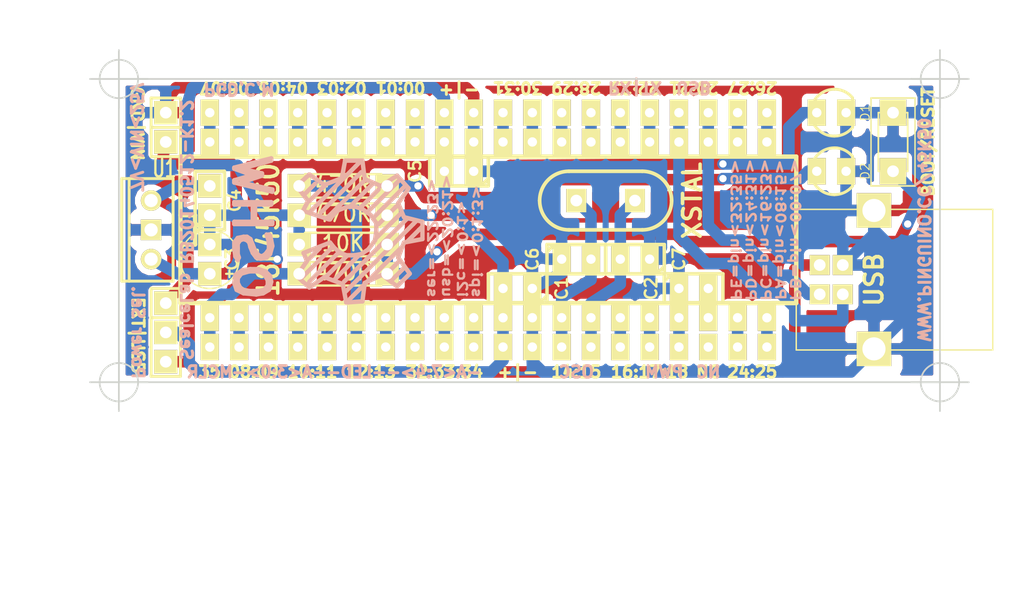
<source format=kicad_pcb>
(kicad_pcb (version 3) (host pcbnew "(2014-04-11 BZR 4798)-product")

  (general
    (links 79)
    (no_connects 0)
    (area 159.33565 120.607 259.958477 171.704001)
    (thickness 1.6)
    (drawings 57)
    (tracks 207)
    (zones 0)
    (modules 23)
    (nets 45)
  )

  (page A3)
  (layers
    (15 F.Cu signal)
    (0 B.Cu signal)
    (16 B.Adhes user)
    (17 F.Adhes user)
    (18 B.Paste user)
    (19 F.Paste user)
    (20 B.SilkS user)
    (21 F.SilkS user)
    (22 B.Mask user)
    (23 F.Mask user)
    (28 Edge.Cuts user)
  )

  (setup
    (last_trace_width 0.254)
    (trace_clearance 0.254)
    (zone_clearance 0.508)
    (zone_45_only no)
    (trace_min 0.254)
    (segment_width 0.2)
    (edge_width 0.15)
    (via_size 0.889)
    (via_drill 0.635)
    (via_min_size 0.889)
    (via_min_drill 0.508)
    (uvia_size 0.508)
    (uvia_drill 0.127)
    (uvias_allowed no)
    (uvia_min_size 0.508)
    (uvia_min_drill 0.127)
    (pcb_text_width 0.3)
    (pcb_text_size 1 1)
    (mod_edge_width 0.15)
    (mod_text_size 1 1)
    (mod_text_width 0.15)
    (pad_size 2.032 2.032)
    (pad_drill 1.016)
    (pad_to_mask_clearance 0)
    (aux_axis_origin 0 0)
    (grid_origin 216.789 140.335)
    (visible_elements FFFFF77F)
    (pcbplotparams
      (layerselection 284196865)
      (usegerberextensions true)
      (excludeedgelayer true)
      (linewidth 0.100000)
      (plotframeref false)
      (viasonmask false)
      (mode 1)
      (useauxorigin false)
      (hpglpennumber 1)
      (hpglpenspeed 20)
      (hpglpendiameter 15)
      (hpglpenoverlay 2)
      (psnegative false)
      (psa4output false)
      (plotreference true)
      (plotvalue true)
      (plotothertext true)
      (plotinvisibletext false)
      (padsonsilk false)
      (subtractmaskfromsilk false)
      (outputformat 1)
      (mirror false)
      (drillshape 0)
      (scaleselection 1)
      (outputdirectory gerber/))
  )

  (net 0 "")
  (net 1 /CS)
  (net 2 /D+)
  (net 3 /D-)
  (net 4 /MCLR)
  (net 5 /OSC1)
  (net 6 /OSC2)
  (net 7 /PGC)
  (net 8 /PGD)
  (net 9 /PGM)
  (net 10 /RA4)
  (net 11 /RB0)
  (net 12 /RB1)
  (net 13 /RB2)
  (net 14 /RB3)
  (net 15 /RB4)
  (net 16 VDD)
  (net 17 VSS)
  (net 18 "Net-(C2-Pad2)")
  (net 19 "Net-(D2-Pad1)")
  (net 20 "Net-(R3-Pad2)")
  (net 21 "Net-(D1-Pad1)")
  (net 22 /RA0)
  (net 23 /RA1)
  (net 24 /RA2)
  (net 25 /RA3)
  (net 26 /RE0)
  (net 27 /RE1)
  (net 28 /RE2)
  (net 29 /RC0)
  (net 30 /RC1)
  (net 31 /RC2)
  (net 32 /RD0)
  (net 33 /RD1)
  (net 34 /RD7)
  (net 35 /RD6)
  (net 36 /RD5)
  (net 37 /RD4)
  (net 38 /RC7)
  (net 39 /RC6)
  (net 40 /RD3)
  (net 41 /RD2)
  (net 42 "Net-(C3-Pad1)")
  (net 43 5V)
  (net 44 VUSB)

  (net_class Default "Ceci est la Netclass par défaut"
    (clearance 0.254)
    (trace_width 0.254)
    (via_dia 0.889)
    (via_drill 0.635)
    (uvia_dia 0.508)
    (uvia_drill 0.127)
  )

  (net_class 1mm ""
    (clearance 0.254)
    (trace_width 1)
    (via_dia 0.889)
    (via_drill 0.635)
    (uvia_dia 0.508)
    (uvia_drill 0.127)
    (add_net /CS)
    (add_net /D+)
    (add_net /D-)
    (add_net /MCLR)
    (add_net /OSC1)
    (add_net /OSC2)
    (add_net /PGC)
    (add_net /PGD)
    (add_net /PGM)
    (add_net /RA0)
    (add_net /RA1)
    (add_net /RA2)
    (add_net /RA3)
    (add_net /RA4)
    (add_net /RB0)
    (add_net /RB1)
    (add_net /RB2)
    (add_net /RB3)
    (add_net /RB4)
    (add_net /RC0)
    (add_net /RC1)
    (add_net /RC2)
    (add_net /RC6)
    (add_net /RC7)
    (add_net /RD0)
    (add_net /RD1)
    (add_net /RD2)
    (add_net /RD3)
    (add_net /RD4)
    (add_net /RD5)
    (add_net /RD6)
    (add_net /RD7)
    (add_net /RE0)
    (add_net /RE1)
    (add_net /RE2)
    (add_net 5V)
    (add_net "Net-(C2-Pad2)")
    (add_net "Net-(C3-Pad1)")
    (add_net "Net-(D1-Pad1)")
    (add_net "Net-(D2-Pad1)")
    (add_net "Net-(R3-Pad2)")
    (add_net VDD)
    (add_net VSS)
    (add_net VUSB)
  )

  (module Pin_Headers:Pin_Header_Straight_1x20 (layer F.Cu) (tedit 536CD42F) (tstamp 536B8D13)
    (at 211.455 130.175)
    (descr "1 pin")
    (tags "CONN DEV")
    (path /536B78E0)
    (fp_text reference P2 (at 0 -2.286) (layer F.SilkS) hide
      (effects (font (size 1.27 1.27) (thickness 0.2032)))
    )
    (fp_text value right (at 0 0) (layer F.SilkS) hide
      (effects (font (size 1.27 1.27) (thickness 0.2032)))
    )
    (pad 1 thru_hole rect (at -24.13 0) (size 1.5748 2.286) (drill 0.8128) (layers *.Cu *.Mask F.SilkS)
      (net 8 /PGD))
    (pad 2 thru_hole rect (at -21.59 0) (size 1.5748 2.286) (drill 0.8128) (layers *.Cu *.Mask F.SilkS)
      (net 7 /PGC))
    (pad 3 thru_hole rect (at -19.05 0) (size 1.5748 2.286) (drill 0.8128) (layers *.Cu *.Mask F.SilkS)
      (net 9 /PGM))
    (pad 4 thru_hole rect (at -16.51 0) (size 1.5748 2.286) (drill 0.8128) (layers *.Cu *.Mask F.SilkS)
      (net 15 /RB4))
    (pad 5 thru_hole rect (at -13.97 0) (size 1.5748 2.286) (drill 0.8128) (layers *.Cu *.Mask F.SilkS)
      (net 14 /RB3))
    (pad 6 thru_hole rect (at -11.43 0) (size 1.5748 2.286) (drill 0.8128) (layers *.Cu *.Mask F.SilkS)
      (net 13 /RB2))
    (pad 7 thru_hole rect (at -8.89 0) (size 1.5748 2.286) (drill 0.8128) (layers *.Cu *.Mask F.SilkS)
      (net 12 /RB1))
    (pad 8 thru_hole rect (at -6.35 0) (size 1.5748 2.286) (drill 0.8128) (layers *.Cu *.Mask F.SilkS)
      (net 11 /RB0))
    (pad 9 thru_hole rect (at -3.81 0) (size 1.5748 2.286) (drill 0.8128) (layers *.Cu *.Mask F.SilkS)
      (net 16 VDD))
    (pad 10 thru_hole rect (at -1.27 0) (size 1.5748 2.286) (drill 0.8128) (layers *.Cu *.Mask F.SilkS)
      (net 17 VSS))
    (pad 11 thru_hole rect (at 1.27 0) (size 1.5748 2.286) (drill 0.8128) (layers *.Cu *.Mask F.SilkS)
      (net 34 /RD7))
    (pad 12 thru_hole rect (at 3.81 0) (size 1.5748 2.286) (drill 0.8128) (layers *.Cu *.Mask F.SilkS)
      (net 35 /RD6))
    (pad 13 thru_hole rect (at 6.35 0) (size 1.5748 2.286) (drill 0.8128) (layers *.Cu *.Mask F.SilkS)
      (net 36 /RD5))
    (pad 14 thru_hole rect (at 8.89 0) (size 1.5748 2.286) (drill 0.8128) (layers *.Cu *.Mask F.SilkS)
      (net 37 /RD4))
    (pad 15 thru_hole rect (at 11.43 0) (size 1.5748 2.286) (drill 0.8128) (layers *.Cu *.Mask F.SilkS)
      (net 38 /RC7))
    (pad 16 thru_hole rect (at 13.97 0) (size 1.5748 2.286) (drill 0.8128) (layers *.Cu *.Mask F.SilkS)
      (net 39 /RC6))
    (pad 17 thru_hole rect (at 16.51 0) (size 1.5748 2.286) (drill 0.8128) (layers *.Cu *.Mask F.SilkS)
      (net 2 /D+))
    (pad 18 thru_hole rect (at 19.05 0) (size 1.5748 2.286) (drill 0.8128) (layers *.Cu *.Mask F.SilkS)
      (net 3 /D-))
    (pad 19 thru_hole rect (at 21.59 0) (size 1.5748 2.286) (drill 0.8128) (layers *.Cu *.Mask F.SilkS)
      (net 40 /RD3))
    (pad 20 thru_hole rect (at 24.13 0) (size 1.5748 2.286) (drill 0.8128) (layers *.Cu *.Mask F.SilkS)
      (net 41 /RD2))
    (model Pin_Headers/Pin_Header_Straight_1x20.wrl
      (at (xyz 0 0 0))
      (scale (xyz 1 1 1))
      (rotate (xyz 0 0 0))
    )
  )

  (module Discret:SW_PUSH_SMALL locked (layer F.Cu) (tedit 536CD369) (tstamp 536737B0)
    (at 246.507 132.715)
    (path /4E97E9F1)
    (fp_text reference SW1 (at 0 -0.762) (layer F.SilkS) hide
      (effects (font (size 1.016 1.016) (thickness 0.2032)))
    )
    (fp_text value Reset (at 0 -2.54) (layer F.SilkS) hide
      (effects (font (size 1.016 1.016) (thickness 0.2032)))
    )
    (fp_line (start 1.905 -3.81) (end -1.905 -3.81) (layer F.SilkS) (width 0.15))
    (fp_line (start -1.905 3.81) (end 1.905 3.81) (layer F.SilkS) (width 0.15))
    (fp_line (start 1.27 2.54) (end -1.27 2.54) (layer F.SilkS) (width 0.15))
    (fp_line (start -1.27 2.54) (end -1.27 -2.54) (layer F.SilkS) (width 0.15))
    (fp_line (start -1.27 -2.54) (end 1.27 -2.54) (layer F.SilkS) (width 0.15))
    (fp_line (start 1.27 -2.54) (end 1.27 2.54) (layer F.SilkS) (width 0.15))
    (fp_line (start 1.905 -3.81) (end 1.905 3.81) (layer F.SilkS) (width 0.127))
    (fp_line (start -1.905 -3.81) (end -1.905 3.81) (layer F.SilkS) (width 0.127))
    (pad 1 thru_hole rect (at 0 -2.54) (size 2.286 2.286) (drill 1.016) (layers *.Cu *.Mask F.SilkS)
      (net 17 VSS))
    (pad 2 thru_hole rect (at 0 2.54) (size 2.286 2.286) (drill 1.016) (layers *.Cu *.Mask F.SilkS)
      (net 20 "Net-(R3-Pad2)"))
    (model /usr/local/share/kicad/modules/walter/switch/pcb_push.wrl
      (at (xyz 0 0 0))
      (scale (xyz 1 1 1))
      (rotate (xyz 0 0 0))
    )
  )

  (module Pin_Headers:Pin_Header_Straight_1x20 (layer F.Cu) (tedit 536BAFF4) (tstamp 536B8CF5)
    (at 211.455 150.495)
    (descr "1 pin")
    (tags "CONN DEV")
    (path /536B78CE)
    (fp_text reference P1 (at 0 -2.286) (layer F.SilkS) hide
      (effects (font (size 1.27 1.27) (thickness 0.2032)))
    )
    (fp_text value left (at 0 0) (layer F.SilkS) hide
      (effects (font (size 1.27 1.27) (thickness 0.2032)))
    )
    (pad 1 thru_hole rect (at -24.13 0) (size 1.5748 2.286) (drill 0.8128) (layers *.Cu *.Mask F.SilkS)
      (net 4 /MCLR))
    (pad 2 thru_hole rect (at -21.59 0) (size 1.5748 2.286) (drill 0.8128) (layers *.Cu *.Mask F.SilkS)
      (net 22 /RA0))
    (pad 3 thru_hole rect (at -19.05 0) (size 1.5748 2.286) (drill 0.8128) (layers *.Cu *.Mask F.SilkS)
      (net 23 /RA1))
    (pad 4 thru_hole rect (at -16.51 0) (size 1.5748 2.286) (drill 0.8128) (layers *.Cu *.Mask F.SilkS)
      (net 24 /RA2))
    (pad 5 thru_hole rect (at -13.97 0) (size 1.5748 2.286) (drill 0.8128) (layers *.Cu *.Mask F.SilkS)
      (net 25 /RA3))
    (pad 6 thru_hole rect (at -11.43 0) (size 1.5748 2.286) (drill 0.8128) (layers *.Cu *.Mask F.SilkS)
      (net 10 /RA4))
    (pad 7 thru_hole rect (at -8.89 0) (size 1.5748 2.286) (drill 0.8128) (layers *.Cu *.Mask F.SilkS)
      (net 1 /CS))
    (pad 8 thru_hole rect (at -6.35 0) (size 1.5748 2.286) (drill 0.8128) (layers *.Cu *.Mask F.SilkS)
      (net 26 /RE0))
    (pad 9 thru_hole rect (at -3.81 0) (size 1.5748 2.286) (drill 0.8128) (layers *.Cu *.Mask F.SilkS)
      (net 27 /RE1))
    (pad 10 thru_hole rect (at -1.27 0) (size 1.5748 2.286) (drill 0.8128) (layers *.Cu *.Mask F.SilkS)
      (net 28 /RE2))
    (pad 11 thru_hole rect (at 1.27 0) (size 1.5748 2.286) (drill 0.8128) (layers *.Cu *.Mask F.SilkS)
      (net 16 VDD))
    (pad 12 thru_hole rect (at 3.81 0) (size 1.5748 2.286) (drill 0.8128) (layers *.Cu *.Mask F.SilkS)
      (net 17 VSS))
    (pad 13 thru_hole rect (at 6.35 0) (size 1.5748 2.286) (drill 0.8128) (layers *.Cu *.Mask F.SilkS)
      (net 5 /OSC1))
    (pad 14 thru_hole rect (at 8.89 0) (size 1.5748 2.286) (drill 0.8128) (layers *.Cu *.Mask F.SilkS)
      (net 6 /OSC2))
    (pad 15 thru_hole rect (at 11.43 0) (size 1.5748 2.286) (drill 0.8128) (layers *.Cu *.Mask F.SilkS)
      (net 29 /RC0))
    (pad 16 thru_hole rect (at 13.97 0) (size 1.5748 2.286) (drill 0.8128) (layers *.Cu *.Mask F.SilkS)
      (net 30 /RC1))
    (pad 17 thru_hole rect (at 16.51 0) (size 1.5748 2.286) (drill 0.8128) (layers *.Cu *.Mask F.SilkS)
      (net 31 /RC2))
    (pad 18 thru_hole rect (at 19.05 0) (size 1.5748 2.286) (drill 0.8128) (layers *.Cu *.Mask F.SilkS))
    (pad 19 thru_hole rect (at 21.59 0) (size 1.5748 2.286) (drill 0.8128) (layers *.Cu *.Mask F.SilkS)
      (net 32 /RD0))
    (pad 20 thru_hole rect (at 24.13 0) (size 1.5748 2.286) (drill 0.8128) (layers *.Cu *.Mask F.SilkS)
      (net 33 /RD1))
    (model Pin_Headers/Pin_Header_Straight_1x20.wrl
      (at (xyz 0 0 0))
      (scale (xyz 1 1 1))
      (rotate (xyz 0 0 0))
    )
  )

  (module LEDs:LED-3MM (layer F.Cu) (tedit 536BA8FF) (tstamp 536736B0)
    (at 241.173 130.175)
    (descr "LED 3mm - Lead pitch 100mil (2,54mm)")
    (tags "LED led 3mm 3MM 100mil 2,54mm")
    (path /4F967175)
    (fp_text reference D1 (at 2.921 0 90) (layer F.SilkS)
      (effects (font (size 0.762 0.762) (thickness 0.0889)))
    )
    (fp_text value USERLED (at 2.794 0 90) (layer F.SilkS) hide
      (effects (font (size 0.762 0.762) (thickness 0.0889)))
    )
    (fp_line (start 1.8288 1.27) (end 1.8288 -1.27) (layer F.SilkS) (width 0.254))
    (fp_arc (start 0.254 0) (end 0.254 -2.032) (angle 50.1) (layer F.SilkS) (width 0.254))
    (fp_arc (start 0.254 0) (end -1.5367 -0.95504) (angle 61.9) (layer F.SilkS) (width 0.254))
    (fp_arc (start 0.254 0) (end 1.8034 1.31064) (angle 49.7) (layer F.SilkS) (width 0.254))
    (fp_arc (start 0.254 0) (end 0.254 2.032) (angle 60.2) (layer F.SilkS) (width 0.254))
    (fp_arc (start 0.254 0) (end -1.778 0) (angle 28.3) (layer F.SilkS) (width 0.254))
    (fp_arc (start 0.254 0) (end -1.47574 1.06426) (angle 31.6) (layer F.SilkS) (width 0.254))
    (pad 1 thru_hole rect (at -1.27 0) (size 1.5748 2.286) (drill 0.8128) (layers *.Cu *.Mask F.SilkS)
      (net 21 "Net-(D1-Pad1)"))
    (pad 2 thru_hole rect (at 1.27 0) (size 1.5748 2.286) (drill 0.8128) (layers *.Cu *.Mask F.SilkS)
      (net 17 VSS))
    (model /usr/local/share/kicad/modules/packages3d/discret/leds/led3_vertical_amarelo.wrl
      (at (xyz 0 0 0))
      (scale (xyz 1 1 1))
      (rotate (xyz 0 0 0))
    )
  )

  (module LEDs:LED-3MM (layer F.Cu) (tedit 536BA8E4) (tstamp 536736C8)
    (at 241.173 135.255)
    (descr "LED 3mm - Lead pitch 100mil (2,54mm)")
    (tags "LED led 3mm 3MM 100mil 2,54mm")
    (path /51E69DDE)
    (fp_text reference D2 (at 2.921 0 90) (layer F.SilkS)
      (effects (font (size 0.762 0.762) (thickness 0.0889)))
    )
    (fp_text value POWERLED (at 2.794 0 90) (layer F.SilkS) hide
      (effects (font (size 0.762 0.762) (thickness 0.0889)))
    )
    (fp_line (start 1.8288 1.27) (end 1.8288 -1.27) (layer F.SilkS) (width 0.254))
    (fp_arc (start 0.254 0) (end 0.254 -2.032) (angle 50.1) (layer F.SilkS) (width 0.254))
    (fp_arc (start 0.254 0) (end -1.5367 -0.95504) (angle 61.9) (layer F.SilkS) (width 0.254))
    (fp_arc (start 0.254 0) (end 1.8034 1.31064) (angle 49.7) (layer F.SilkS) (width 0.254))
    (fp_arc (start 0.254 0) (end 0.254 2.032) (angle 60.2) (layer F.SilkS) (width 0.254))
    (fp_arc (start 0.254 0) (end -1.778 0) (angle 28.3) (layer F.SilkS) (width 0.254))
    (fp_arc (start 0.254 0) (end -1.47574 1.06426) (angle 31.6) (layer F.SilkS) (width 0.254))
    (pad 1 thru_hole rect (at -1.27 0) (size 1.5748 2.286) (drill 0.8128) (layers *.Cu *.Mask F.SilkS)
      (net 19 "Net-(D2-Pad1)"))
    (pad 2 thru_hole rect (at 1.27 0) (size 1.5748 2.286) (drill 0.8128) (layers *.Cu *.Mask F.SilkS)
      (net 17 VSS))
    (model /usr/local/share/kicad/modules/packages3d/discret/leds/led3_vertical_verde.wrl
      (at (xyz 0 0 0))
      (scale (xyz 1 1 1))
      (rotate (xyz 0 0 0))
    )
  )

  (module Discret:C1 (layer F.Cu) (tedit 536B76B2) (tstamp 5367367E)
    (at 213.995 145.415 180)
    (descr "Condensateur e = 1 pas")
    (tags C)
    (path /51500C8D)
    (fp_text reference C1 (at -3.81 0 270) (layer F.SilkS)
      (effects (font (size 1.016 1.016) (thickness 0.2032)))
    )
    (fp_text value "100nF/63V (104)" (at 0 -2.286 180) (layer F.SilkS) hide
      (effects (font (size 1.016 1.016) (thickness 0.2032)))
    )
    (fp_line (start -2.4892 -1.27) (end 2.54 -1.27) (layer F.SilkS) (width 0.3048))
    (fp_line (start 2.54 -1.27) (end 2.54 1.27) (layer F.SilkS) (width 0.3048))
    (fp_line (start 2.54 1.27) (end -2.54 1.27) (layer F.SilkS) (width 0.3048))
    (fp_line (start -2.54 1.27) (end -2.54 -1.27) (layer F.SilkS) (width 0.3048))
    (fp_line (start -2.54 -0.635) (end -1.905 -1.27) (layer F.SilkS) (width 0.3048))
    (pad 1 thru_hole rect (at -1.27 0 180) (size 1.5748 2.286) (drill 0.8128) (layers *.Cu *.Mask F.SilkS)
      (net 17 VSS))
    (pad 2 thru_hole rect (at 1.27 0 180) (size 1.5748 2.286) (drill 0.8128) (layers *.Cu *.Mask F.SilkS)
      (net 16 VDD))
    (model /usr/local/share/kicad/modules/packages3d/discret/capa_1_pas.wrl
      (at (xyz 0 0 0))
      (scale (xyz 1 1 1))
      (rotate (xyz 0 0 0))
    )
  )

  (module Discret:C1 (layer F.Cu) (tedit 536B76C7) (tstamp 53673688)
    (at 229.235 145.415)
    (descr "Condensateur e = 1 pas")
    (tags C)
    (path /51500C6A)
    (fp_text reference C2 (at -3.683 0 90) (layer F.SilkS)
      (effects (font (size 1.016 1.016) (thickness 0.2032)))
    )
    (fp_text value "220nF/63V (224)" (at 0 -2.286) (layer F.SilkS) hide
      (effects (font (size 1.016 1.016) (thickness 0.2032)))
    )
    (fp_line (start -2.4892 -1.27) (end 2.54 -1.27) (layer F.SilkS) (width 0.3048))
    (fp_line (start 2.54 -1.27) (end 2.54 1.27) (layer F.SilkS) (width 0.3048))
    (fp_line (start 2.54 1.27) (end -2.54 1.27) (layer F.SilkS) (width 0.3048))
    (fp_line (start -2.54 1.27) (end -2.54 -1.27) (layer F.SilkS) (width 0.3048))
    (fp_line (start -2.54 -0.635) (end -1.905 -1.27) (layer F.SilkS) (width 0.3048))
    (pad 1 thru_hole rect (at -1.27 0) (size 1.5748 2.286) (drill 0.8128) (layers *.Cu *.Mask F.SilkS)
      (net 17 VSS))
    (pad 2 thru_hole rect (at 1.27 0) (size 1.5748 2.286) (drill 0.8128) (layers *.Cu *.Mask F.SilkS)
      (net 18 "Net-(C2-Pad2)"))
    (model /usr/local/share/kicad/modules/packages3d/discret/capa_1_pas.wrl
      (at (xyz 0 0 0))
      (scale (xyz 1 1 1))
      (rotate (xyz 0 0 0))
    )
  )

  (module Discret:C1 (layer F.Cu) (tedit 536B775D) (tstamp 53673692)
    (at 208.915 135.255 180)
    (descr "Condensateur e = 1 pas")
    (tags C)
    (path /52F0F50C)
    (fp_text reference C5 (at 3.81 0 270) (layer F.SilkS)
      (effects (font (size 1.016 1.016) (thickness 0.2032)))
    )
    (fp_text value "100nF/63V (104)" (at 0 -2.286 180) (layer F.SilkS) hide
      (effects (font (size 1.016 1.016) (thickness 0.2032)))
    )
    (fp_line (start -2.4892 -1.27) (end 2.54 -1.27) (layer F.SilkS) (width 0.3048))
    (fp_line (start 2.54 -1.27) (end 2.54 1.27) (layer F.SilkS) (width 0.3048))
    (fp_line (start 2.54 1.27) (end -2.54 1.27) (layer F.SilkS) (width 0.3048))
    (fp_line (start -2.54 1.27) (end -2.54 -1.27) (layer F.SilkS) (width 0.3048))
    (fp_line (start -2.54 -0.635) (end -1.905 -1.27) (layer F.SilkS) (width 0.3048))
    (pad 1 thru_hole rect (at -1.27 0 180) (size 1.5748 2.286) (drill 0.8128) (layers *.Cu *.Mask F.SilkS)
      (net 17 VSS))
    (pad 2 thru_hole rect (at 1.27 0 180) (size 1.5748 2.286) (drill 0.8128) (layers *.Cu *.Mask F.SilkS)
      (net 16 VDD))
    (model /usr/local/share/kicad/modules/packages3d/discret/capa_1_pas.wrl
      (at (xyz 0 0 0))
      (scale (xyz 1 1 1))
      (rotate (xyz 0 0 0))
    )
  )

  (module Discret:C1 (layer F.Cu) (tedit 536B76AD) (tstamp 5367369C)
    (at 219.075 142.875)
    (descr "Condensateur e = 1 pas")
    (tags C)
    (path /52F10CB4)
    (fp_text reference C6 (at -3.81 0 90) (layer F.SilkS)
      (effects (font (size 1.016 1.016) (thickness 0.2032)))
    )
    (fp_text value 22pF (at 0 -2.286) (layer F.SilkS) hide
      (effects (font (size 1.016 1.016) (thickness 0.2032)))
    )
    (fp_line (start -2.4892 -1.27) (end 2.54 -1.27) (layer F.SilkS) (width 0.3048))
    (fp_line (start 2.54 -1.27) (end 2.54 1.27) (layer F.SilkS) (width 0.3048))
    (fp_line (start 2.54 1.27) (end -2.54 1.27) (layer F.SilkS) (width 0.3048))
    (fp_line (start -2.54 1.27) (end -2.54 -1.27) (layer F.SilkS) (width 0.3048))
    (fp_line (start -2.54 -0.635) (end -1.905 -1.27) (layer F.SilkS) (width 0.3048))
    (pad 1 thru_hole rect (at -1.27 0) (size 1.5748 2.286) (drill 0.8128) (layers *.Cu *.Mask F.SilkS)
      (net 17 VSS))
    (pad 2 thru_hole rect (at 1.27 0) (size 1.5748 2.286) (drill 0.8128) (layers *.Cu *.Mask F.SilkS)
      (net 5 /OSC1))
    (model /usr/local/share/kicad/modules/packages3d/discret/capa_1_pas.wrl
      (at (xyz 0 0 0))
      (scale (xyz 1 1 1))
      (rotate (xyz 0 0 0))
    )
  )

  (module Discret:C1 (layer F.Cu) (tedit 536B76BA) (tstamp 536B76DE)
    (at 224.155 142.875 180)
    (descr "Condensateur e = 1 pas")
    (tags C)
    (path /52F10CC1)
    (fp_text reference C7 (at -3.81 0 270) (layer F.SilkS)
      (effects (font (size 1.016 1.016) (thickness 0.2032)))
    )
    (fp_text value 22pF (at 0 -2.286 180) (layer F.SilkS) hide
      (effects (font (size 1.016 1.016) (thickness 0.2032)))
    )
    (fp_line (start -2.4892 -1.27) (end 2.54 -1.27) (layer F.SilkS) (width 0.3048))
    (fp_line (start 2.54 -1.27) (end 2.54 1.27) (layer F.SilkS) (width 0.3048))
    (fp_line (start 2.54 1.27) (end -2.54 1.27) (layer F.SilkS) (width 0.3048))
    (fp_line (start -2.54 1.27) (end -2.54 -1.27) (layer F.SilkS) (width 0.3048))
    (fp_line (start -2.54 -0.635) (end -1.905 -1.27) (layer F.SilkS) (width 0.3048))
    (pad 1 thru_hole rect (at -1.27 0 180) (size 1.5748 2.286) (drill 0.8128) (layers *.Cu *.Mask F.SilkS)
      (net 17 VSS))
    (pad 2 thru_hole rect (at 1.27 0 180) (size 1.5748 2.286) (drill 0.8128) (layers *.Cu *.Mask F.SilkS)
      (net 6 /OSC2))
    (model /usr/local/share/kicad/modules/packages3d/discret/capa_1_pas.wrl
      (at (xyz 0 0 0))
      (scale (xyz 1 1 1))
      (rotate (xyz 0 0 0))
    )
  )

  (module Connect:USB_B (layer F.Cu) (tedit 5368A69A) (tstamp 536736E0)
    (at 244.856 144.653 90)
    (tags USB)
    (path /4E97F2EE)
    (fp_text reference JP1 (at 0 6.35 90) (layer F.SilkS) hide
      (effects (font (thickness 0.3048)))
    )
    (fp_text value USB (at 0 0 90) (layer F.SilkS)
      (effects (font (thickness 0.3048)))
    )
    (fp_line (start -6.096 10.287) (end 6.096 10.287) (layer F.SilkS) (width 0.127))
    (fp_line (start 6.096 10.287) (end 6.096 -6.731) (layer F.SilkS) (width 0.127))
    (fp_line (start 6.096 -6.731) (end -6.096 -6.731) (layer F.SilkS) (width 0.127))
    (fp_line (start -6.096 -6.731) (end -6.096 10.287) (layer F.SilkS) (width 0.127))
    (pad 1 thru_hole rect (at 1.27 -4.699 90) (size 1.7272 1.7272) (drill 1.016) (layers *.Cu *.Mask F.SilkS)
      (net 44 VUSB))
    (pad 2 thru_hole rect (at -1.27 -4.699 90) (size 1.7272 1.7272) (drill 1.016) (layers *.Cu *.Mask F.SilkS)
      (net 3 /D-))
    (pad 3 thru_hole rect (at -1.27 -2.70002 90) (size 1.7272 1.7272) (drill 1.016) (layers *.Cu *.Mask F.SilkS)
      (net 2 /D+))
    (pad 4 thru_hole rect (at 1.27 -2.70002 90) (size 1.7272 1.7272) (drill 1.016) (layers *.Cu *.Mask F.SilkS)
      (net 17 VSS))
    (pad 5 thru_hole rect (at 5.99948 0 90) (size 3 3) (drill 2) (layers *.Cu *.Mask F.SilkS)
      (net 17 VSS))
    (pad 6 thru_hole rect (at -5.99948 0 90) (size 3 3) (drill 2) (layers *.Cu *.Mask F.SilkS)
      (net 17 VSS))
    (model /usr/local/share/kicad/modules/packages3d/Connectors/USB_type_B.wrl
      (at (xyz 0 0 0.001))
      (scale (xyz 0.3937 0.3937 0.3937))
      (rotate (xyz 0 0 0))
    )
  )

  (module Discret:R3 (layer F.Cu) (tedit 53689F66) (tstamp 53673755)
    (at 198.882 136.525 180)
    (descr "Resitance 3 pas")
    (tags R)
    (path /4F967169)
    (autoplace_cost180 10)
    (fp_text reference R1 (at 0 0.127 180) (layer F.SilkS) hide
      (effects (font (size 1.397 1.27) (thickness 0.2032)))
    )
    (fp_text value 470R (at 0 0.127 180) (layer F.SilkS)
      (effects (font (size 1.397 1.27) (thickness 0.2032)))
    )
    (fp_line (start -3.81 0) (end -3.302 0) (layer F.SilkS) (width 0.2032))
    (fp_line (start 3.81 0) (end 3.302 0) (layer F.SilkS) (width 0.2032))
    (fp_line (start 3.302 0) (end 3.302 -1.016) (layer F.SilkS) (width 0.2032))
    (fp_line (start 3.302 -1.016) (end -3.302 -1.016) (layer F.SilkS) (width 0.2032))
    (fp_line (start -3.302 -1.016) (end -3.302 1.016) (layer F.SilkS) (width 0.2032))
    (fp_line (start -3.302 1.016) (end 3.302 1.016) (layer F.SilkS) (width 0.2032))
    (fp_line (start 3.302 1.016) (end 3.302 0) (layer F.SilkS) (width 0.2032))
    (fp_line (start -3.302 -0.508) (end -2.794 -1.016) (layer F.SilkS) (width 0.2032))
    (pad 1 thru_hole rect (at -3.81 0 180) (size 2.032 2.032) (drill 1.016) (layers *.Cu *.Mask F.SilkS)
      (net 21 "Net-(D1-Pad1)"))
    (pad 2 thru_hole rect (at 3.81 0 180) (size 2.032 2.032) (drill 1.016) (layers *.Cu *.Mask F.SilkS)
      (net 10 /RA4))
    (model /usr/local/share/kicad/modules/packages3d/discret/resistor.wrl
      (at (xyz 0 0 0))
      (scale (xyz 0.3 0.3 0.3))
      (rotate (xyz 0 0 0))
    )
  )

  (module Discret:R3 (layer F.Cu) (tedit 536735CD) (tstamp 53673762)
    (at 198.882 139.065 180)
    (descr "Resitance 3 pas")
    (tags R)
    (path /51E69DE4)
    (autoplace_cost180 10)
    (fp_text reference R2 (at 0 0.127 180) (layer F.SilkS) hide
      (effects (font (size 1.397 1.27) (thickness 0.2032)))
    )
    (fp_text value 470R (at 0 0.127 180) (layer F.SilkS)
      (effects (font (size 1.397 1.27) (thickness 0.2032)))
    )
    (fp_line (start -3.81 0) (end -3.302 0) (layer F.SilkS) (width 0.2032))
    (fp_line (start 3.81 0) (end 3.302 0) (layer F.SilkS) (width 0.2032))
    (fp_line (start 3.302 0) (end 3.302 -1.016) (layer F.SilkS) (width 0.2032))
    (fp_line (start 3.302 -1.016) (end -3.302 -1.016) (layer F.SilkS) (width 0.2032))
    (fp_line (start -3.302 -1.016) (end -3.302 1.016) (layer F.SilkS) (width 0.2032))
    (fp_line (start -3.302 1.016) (end 3.302 1.016) (layer F.SilkS) (width 0.2032))
    (fp_line (start 3.302 1.016) (end 3.302 0) (layer F.SilkS) (width 0.2032))
    (fp_line (start -3.302 -0.508) (end -2.794 -1.016) (layer F.SilkS) (width 0.2032))
    (pad 1 thru_hole rect (at -3.81 0 180) (size 2.032 2.032) (drill 1.016) (layers *.Cu *.Mask F.SilkS)
      (net 19 "Net-(D2-Pad1)"))
    (pad 2 thru_hole rect (at 3.81 0 180) (size 2.032 2.032) (drill 1.016) (layers *.Cu *.Mask F.SilkS)
      (net 16 VDD))
    (model /usr/local/share/kicad/modules/packages3d/discret/resistor.wrl
      (at (xyz 0 0 0))
      (scale (xyz 0.3 0.3 0.3))
      (rotate (xyz 0 0 0))
    )
  )

  (module Discret:R3 (layer F.Cu) (tedit 5368996F) (tstamp 5367376F)
    (at 198.882 141.605)
    (descr "Resitance 3 pas")
    (tags R)
    (path /4E97E9E6)
    (autoplace_cost180 10)
    (fp_text reference R3 (at 0 0.127) (layer F.SilkS) hide
      (effects (font (size 1.397 1.27) (thickness 0.2032)))
    )
    (fp_text value 10K (at 0 -0.127) (layer F.SilkS)
      (effects (font (size 1.397 1.27) (thickness 0.2032)))
    )
    (fp_line (start -3.81 0) (end -3.302 0) (layer F.SilkS) (width 0.2032))
    (fp_line (start 3.81 0) (end 3.302 0) (layer F.SilkS) (width 0.2032))
    (fp_line (start 3.302 0) (end 3.302 -1.016) (layer F.SilkS) (width 0.2032))
    (fp_line (start 3.302 -1.016) (end -3.302 -1.016) (layer F.SilkS) (width 0.2032))
    (fp_line (start -3.302 -1.016) (end -3.302 1.016) (layer F.SilkS) (width 0.2032))
    (fp_line (start -3.302 1.016) (end 3.302 1.016) (layer F.SilkS) (width 0.2032))
    (fp_line (start 3.302 1.016) (end 3.302 0) (layer F.SilkS) (width 0.2032))
    (fp_line (start -3.302 -0.508) (end -2.794 -1.016) (layer F.SilkS) (width 0.2032))
    (pad 1 thru_hole rect (at -3.81 0) (size 2.032 2.032) (drill 1.016) (layers *.Cu *.Mask F.SilkS)
      (net 16 VDD))
    (pad 2 thru_hole rect (at 3.81 0) (size 2.032 2.032) (drill 1.016) (layers *.Cu *.Mask F.SilkS)
      (net 20 "Net-(R3-Pad2)"))
    (model /usr/local/share/kicad/modules/packages3d/discret/resistor.wrl
      (at (xyz 0 0 0))
      (scale (xyz 0.3 0.3 0.3))
      (rotate (xyz 0 0 0))
    )
  )

  (module Discret:R3 (layer F.Cu) (tedit 53689967) (tstamp 5367377C)
    (at 198.882 144.145)
    (descr "Resitance 3 pas")
    (tags R)
    (path /4E97E9F9)
    (autoplace_cost180 10)
    (fp_text reference R4 (at 0 0.127) (layer F.SilkS) hide
      (effects (font (size 1.397 1.27) (thickness 0.2032)))
    )
    (fp_text value 470R (at 0 -0.1524) (layer F.SilkS)
      (effects (font (size 1.397 1.27) (thickness 0.2032)))
    )
    (fp_line (start -3.81 0) (end -3.302 0) (layer F.SilkS) (width 0.2032))
    (fp_line (start 3.81 0) (end 3.302 0) (layer F.SilkS) (width 0.2032))
    (fp_line (start 3.302 0) (end 3.302 -1.016) (layer F.SilkS) (width 0.2032))
    (fp_line (start 3.302 -1.016) (end -3.302 -1.016) (layer F.SilkS) (width 0.2032))
    (fp_line (start -3.302 -1.016) (end -3.302 1.016) (layer F.SilkS) (width 0.2032))
    (fp_line (start -3.302 1.016) (end 3.302 1.016) (layer F.SilkS) (width 0.2032))
    (fp_line (start 3.302 1.016) (end 3.302 0) (layer F.SilkS) (width 0.2032))
    (fp_line (start -3.302 -0.508) (end -2.794 -1.016) (layer F.SilkS) (width 0.2032))
    (pad 1 thru_hole rect (at -3.81 0) (size 2.032 2.032) (drill 1.016) (layers *.Cu *.Mask F.SilkS)
      (net 4 /MCLR))
    (pad 2 thru_hole rect (at 3.81 0) (size 2.032 2.032) (drill 1.016) (layers *.Cu *.Mask F.SilkS)
      (net 20 "Net-(R3-Pad2)"))
    (model /usr/local/share/kicad/modules/packages3d/discret/resistor.wrl
      (at (xyz 0 0 0))
      (scale (xyz 0.3 0.3 0.3))
      (rotate (xyz 0 0 0))
    )
  )

  (module Sockets_DIP:DIP-40__600_ELL locked (layer F.Cu) (tedit 5370F0C7) (tstamp 536737BC)
    (at 211.455 140.335)
    (descr "Module Dil 40 pins, pads elliptiques, e=600 mils")
    (tags DIL)
    (path /52F0EF3E)
    (fp_text reference U***1 (at -19.05 -3.81) (layer F.SilkS) hide
      (effects (font (size 1.778 1.143) (thickness 0.28575)))
    )
    (fp_text value 18F45K50 (at -19.05 0 90) (layer F.SilkS)
      (effects (font (size 1.778 1.524) (thickness 0.3048)))
    )
    (fp_line (start -26.67 -1.27) (end -25.4 -1.27) (layer F.SilkS) (width 0.381))
    (fp_line (start -25.4 -1.27) (end -25.4 1.27) (layer F.SilkS) (width 0.381))
    (fp_line (start -25.4 1.27) (end -26.67 1.27) (layer F.SilkS) (width 0.381))
    (fp_line (start -26.67 -6.35) (end 26.67 -6.35) (layer F.SilkS) (width 0.381))
    (fp_line (start 26.67 -6.35) (end 26.67 6.35) (layer F.SilkS) (width 0.381))
    (fp_line (start 26.67 6.35) (end -26.67 6.35) (layer F.SilkS) (width 0.381))
    (fp_line (start -26.67 6.35) (end -26.67 -6.35) (layer F.SilkS) (width 0.381))
    (pad 1 thru_hole rect (at -24.13 7.62) (size 1.5748 2.286) (drill 0.8128) (layers *.Cu *.Mask F.SilkS)
      (net 4 /MCLR))
    (pad 2 thru_hole rect (at -21.59 7.62) (size 1.5748 2.286) (drill 0.8128) (layers *.Cu *.Mask F.SilkS)
      (net 22 /RA0))
    (pad 3 thru_hole rect (at -19.05 7.62) (size 1.5748 2.286) (drill 0.8128) (layers *.Cu *.Mask F.SilkS)
      (net 23 /RA1))
    (pad 4 thru_hole rect (at -16.51 7.62) (size 1.5748 2.286) (drill 0.8128) (layers *.Cu *.Mask F.SilkS)
      (net 24 /RA2))
    (pad 5 thru_hole rect (at -13.97 7.62) (size 1.5748 2.286) (drill 0.8128) (layers *.Cu *.Mask F.SilkS)
      (net 25 /RA3))
    (pad 6 thru_hole rect (at -11.43 7.62) (size 1.5748 2.286) (drill 0.8128) (layers *.Cu *.Mask F.SilkS)
      (net 10 /RA4))
    (pad 7 thru_hole rect (at -8.89 7.62) (size 1.5748 2.286) (drill 0.8128) (layers *.Cu *.Mask F.SilkS)
      (net 1 /CS))
    (pad 8 thru_hole rect (at -6.35 7.62) (size 1.5748 2.286) (drill 0.8128) (layers *.Cu *.Mask F.SilkS)
      (net 26 /RE0))
    (pad 9 thru_hole rect (at -3.81 7.62) (size 1.5748 2.286) (drill 0.8128) (layers *.Cu *.Mask F.SilkS)
      (net 27 /RE1))
    (pad 10 thru_hole rect (at -1.27 7.62) (size 1.5748 2.286) (drill 0.8128) (layers *.Cu *.Mask F.SilkS)
      (net 28 /RE2))
    (pad 11 thru_hole rect (at 1.27 7.62) (size 1.5748 2.286) (drill 0.8128) (layers *.Cu *.Mask F.SilkS)
      (net 16 VDD))
    (pad 12 thru_hole rect (at 3.81 7.62) (size 1.5748 2.286) (drill 0.8128) (layers *.Cu *.Mask F.SilkS)
      (net 17 VSS))
    (pad 13 thru_hole rect (at 6.35 7.62) (size 1.5748 2.286) (drill 0.8128) (layers *.Cu *.Mask F.SilkS)
      (net 5 /OSC1))
    (pad 14 thru_hole rect (at 8.89 7.62) (size 1.5748 2.286) (drill 0.8128) (layers *.Cu *.Mask F.SilkS)
      (net 6 /OSC2))
    (pad 15 thru_hole rect (at 11.43 7.62) (size 1.5748 2.286) (drill 0.8128) (layers *.Cu *.Mask F.SilkS)
      (net 29 /RC0))
    (pad 16 thru_hole rect (at 13.97 7.62) (size 1.5748 2.286) (drill 0.8128) (layers *.Cu *.Mask F.SilkS)
      (net 30 /RC1))
    (pad 17 thru_hole rect (at 16.51 7.62) (size 1.5748 2.286) (drill 0.8128) (layers *.Cu *.Mask F.SilkS)
      (net 31 /RC2))
    (pad 18 thru_hole rect (at 19.05 7.62) (size 1.5748 2.286) (drill 0.8128) (layers *.Cu *.Mask F.SilkS)
      (net 18 "Net-(C2-Pad2)"))
    (pad 19 thru_hole rect (at 21.59 7.62) (size 1.5748 2.286) (drill 0.8128) (layers *.Cu *.Mask F.SilkS)
      (net 32 /RD0))
    (pad 20 thru_hole rect (at 24.13 7.62) (size 1.5748 2.286) (drill 0.8128) (layers *.Cu *.Mask F.SilkS)
      (net 33 /RD1))
    (pad 21 thru_hole rect (at 24.13 -7.62) (size 1.5748 2.286) (drill 0.8128) (layers *.Cu *.Mask F.SilkS)
      (net 41 /RD2))
    (pad 22 thru_hole rect (at 21.59 -7.62) (size 1.5748 2.286) (drill 0.8128) (layers *.Cu *.Mask F.SilkS)
      (net 40 /RD3))
    (pad 23 thru_hole rect (at 19.05 -7.62) (size 1.5748 2.286) (drill 0.8128) (layers *.Cu *.Mask F.SilkS)
      (net 3 /D-))
    (pad 24 thru_hole rect (at 16.51 -7.62) (size 1.5748 2.286) (drill 0.8128) (layers *.Cu *.Mask F.SilkS)
      (net 2 /D+))
    (pad 25 thru_hole rect (at 13.97 -7.62) (size 1.5748 2.286) (drill 0.8128) (layers *.Cu *.Mask F.SilkS)
      (net 39 /RC6))
    (pad 26 thru_hole rect (at 11.43 -7.62) (size 1.5748 2.286) (drill 0.8128) (layers *.Cu *.Mask F.SilkS)
      (net 38 /RC7))
    (pad 27 thru_hole rect (at 8.89 -7.62) (size 1.5748 2.286) (drill 0.8128) (layers *.Cu *.Mask F.SilkS)
      (net 37 /RD4))
    (pad 28 thru_hole rect (at 6.35 -7.62) (size 1.5748 2.286) (drill 0.8128) (layers *.Cu *.Mask F.SilkS)
      (net 36 /RD5))
    (pad 29 thru_hole rect (at 3.81 -7.62) (size 1.5748 2.286) (drill 0.8128) (layers *.Cu *.Mask F.SilkS)
      (net 35 /RD6))
    (pad 30 thru_hole rect (at 1.27 -7.62) (size 1.5748 2.286) (drill 0.8128) (layers *.Cu *.Mask F.SilkS)
      (net 34 /RD7))
    (pad 31 thru_hole rect (at -1.27 -7.62) (size 1.5748 2.286) (drill 0.8128) (layers *.Cu *.Mask F.SilkS)
      (net 17 VSS))
    (pad 32 thru_hole rect (at -3.81 -7.62) (size 1.5748 2.286) (drill 0.8128) (layers *.Cu *.Mask F.SilkS)
      (net 16 VDD))
    (pad 33 thru_hole rect (at -6.35 -7.62) (size 1.5748 2.286) (drill 0.8128) (layers *.Cu *.Mask F.SilkS)
      (net 11 /RB0))
    (pad 34 thru_hole rect (at -8.89 -7.62) (size 1.5748 2.286) (drill 0.8128) (layers *.Cu *.Mask F.SilkS)
      (net 12 /RB1))
    (pad 35 thru_hole rect (at -11.43 -7.62) (size 1.5748 2.286) (drill 0.8128) (layers *.Cu *.Mask F.SilkS)
      (net 13 /RB2))
    (pad 36 thru_hole rect (at -13.97 -7.62) (size 1.5748 2.286) (drill 0.8128) (layers *.Cu *.Mask F.SilkS)
      (net 14 /RB3))
    (pad 37 thru_hole rect (at -16.51 -7.62) (size 1.5748 2.286) (drill 0.8128) (layers *.Cu *.Mask F.SilkS)
      (net 15 /RB4))
    (pad 38 thru_hole rect (at -19.05 -7.62) (size 1.5748 2.286) (drill 0.8128) (layers *.Cu *.Mask F.SilkS)
      (net 9 /PGM))
    (pad 39 thru_hole rect (at -21.59 -7.62) (size 1.5748 2.286) (drill 0.8128) (layers *.Cu *.Mask F.SilkS)
      (net 7 /PGC))
    (pad 40 thru_hole rect (at -24.13 -7.62) (size 1.5748 2.286) (drill 0.8128) (layers *.Cu *.Mask F.SilkS)
      (net 8 /PGD))
    (model /usr/local/share/kicad/modules/packages3d/dil/dil_40-w600.wrl
      (at (xyz 0 0 0))
      (scale (xyz 1 1 1))
      (rotate (xyz 0 0 0))
    )
  )

  (module Discret:HC-49V locked (layer F.Cu) (tedit 5370F0D6) (tstamp 536737EE)
    (at 221.615 137.795 180)
    (descr "Quartz boitier HC-49 Vertical")
    (tags "QUARTZ DEV")
    (path /52F10C9D)
    (autoplace_cost180 10)
    (fp_text reference X1 (at 0 -3.81 180) (layer F.SilkS) hide
      (effects (font (thickness 0.3048)))
    )
    (fp_text value XSTAL (at -7.493 0 270) (layer F.SilkS)
      (effects (font (thickness 0.3048)))
    )
    (fp_line (start -3.175 2.54) (end 3.175 2.54) (layer F.SilkS) (width 0.3175))
    (fp_line (start -3.175 -2.54) (end 3.175 -2.54) (layer F.SilkS) (width 0.3175))
    (fp_arc (start 3.175 0) (end 3.175 -2.54) (angle 90) (layer F.SilkS) (width 0.3175))
    (fp_arc (start 3.175 0) (end 5.715 0) (angle 90) (layer F.SilkS) (width 0.3175))
    (fp_arc (start -3.175 0) (end -5.715 0) (angle 90) (layer F.SilkS) (width 0.3175))
    (fp_arc (start -3.175 0) (end -3.175 2.54) (angle 90) (layer F.SilkS) (width 0.3175))
    (pad 1 thru_hole rect (at -2.54 0 180) (size 1.7272 2.032) (drill 1.016) (layers *.Cu *.Mask F.SilkS)
      (net 6 /OSC2))
    (pad 2 thru_hole rect (at 2.54 0 180) (size 1.7272 2.032) (drill 1.016) (layers *.Cu *.Mask F.SilkS)
      (net 5 /OSC1))
    (model /usr/local/share/kicad/modules/packages3d/discret/xtal/crystal_hc18u_vertical.wrl
      (at (xyz 0 0 0))
      (scale (xyz 1 1 0.2))
      (rotate (xyz 0 0 0))
    )
  )

  (module Discret:C1V5 (layer F.Cu) (tedit 5370DEAB) (tstamp 5370A3CD)
    (at 187.325 142.875 90)
    (descr "Condensateur e = 1 pas")
    (tags C)
    (path /5370A0A6)
    (fp_text reference C3 (at 0 1.905 90) (layer F.SilkS)
      (effects (font (size 1.016 1.016) (thickness 0.2032)))
    )
    (fp_text value CP1 (at 0 1.27 90) (layer F.SilkS) hide
      (effects (font (size 0.762 0.635) (thickness 0.127)))
    )
    (fp_text user + (at -1.27 1.651 90) (layer F.SilkS)
      (effects (font (size 0.762 0.762) (thickness 0.2032)))
    )
    (fp_circle (center 0 0) (end 0.127 -2.54) (layer F.SilkS) (width 0.127))
    (pad 1 thru_hole rect (at -1.27 0 90) (size 2.032 2.032) (drill 1.016) (layers *.Cu *.Mask F.SilkS)
      (net 42 "Net-(C3-Pad1)"))
    (pad 2 thru_hole rect (at 1.27 0 90) (size 2.032 2.032) (drill 1.016) (layers *.Cu *.Mask F.SilkS)
      (net 17 VSS))
    (model discret/c_vert_c1v5.wrl
      (at (xyz 0 0 0))
      (scale (xyz 1 1 1))
      (rotate (xyz 0 0 0))
    )
  )

  (module Discret:C1 (layer F.Cu) (tedit 5370DE9E) (tstamp 5370A3D8)
    (at 187.325 137.795 90)
    (descr "Condensateur e = 1 pas")
    (tags C)
    (path /5370A0EC)
    (fp_text reference C4 (at 0 2.159 90) (layer F.SilkS)
      (effects (font (size 1.016 1.016) (thickness 0.2032)))
    )
    (fp_text value "100nF/63V (104)" (at 0 -2.286 90) (layer F.SilkS) hide
      (effects (font (size 1.016 1.016) (thickness 0.2032)))
    )
    (fp_line (start -2.4892 -1.27) (end 2.54 -1.27) (layer F.SilkS) (width 0.3048))
    (fp_line (start 2.54 -1.27) (end 2.54 1.27) (layer F.SilkS) (width 0.3048))
    (fp_line (start 2.54 1.27) (end -2.54 1.27) (layer F.SilkS) (width 0.3048))
    (fp_line (start -2.54 1.27) (end -2.54 -1.27) (layer F.SilkS) (width 0.3048))
    (fp_line (start -2.54 -0.635) (end -1.905 -1.27) (layer F.SilkS) (width 0.3048))
    (pad 1 thru_hole rect (at -1.27 0 90) (size 2.032 2.032) (drill 1.016) (layers *.Cu *.Mask F.SilkS)
      (net 17 VSS))
    (pad 2 thru_hole rect (at 1.27 0 90) (size 2.032 2.032) (drill 1.016) (layers *.Cu *.Mask F.SilkS)
      (net 43 5V))
    (model discret/capa_1_pas.wrl
      (at (xyz 0 0 0))
      (scale (xyz 1 1 1))
      (rotate (xyz 0 0 0))
    )
  )

  (module Pin_Headers:Pin_Header_Straight_1x03 (layer F.Cu) (tedit 5370E035) (tstamp 5370A3E6)
    (at 183.515 149.225 270)
    (descr "1 pin")
    (tags "CONN DEV")
    (path /5370A440)
    (fp_text reference K1 (at 0 -2.286 270) (layer F.SilkS) hide
      (effects (font (size 1.27 1.27) (thickness 0.2032)))
    )
    (fp_text value Selector (at 0 0 270) (layer F.SilkS) hide
      (effects (font (size 1.27 1.27) (thickness 0.2032)))
    )
    (fp_line (start -1.27 1.27) (end 3.81 1.27) (layer F.SilkS) (width 0.254))
    (fp_line (start 3.81 1.27) (end 3.81 -1.27) (layer F.SilkS) (width 0.254))
    (fp_line (start 3.81 -1.27) (end -1.27 -1.27) (layer F.SilkS) (width 0.254))
    (fp_line (start -3.81 -1.27) (end -1.27 -1.27) (layer F.SilkS) (width 0.254))
    (fp_line (start -1.27 -1.27) (end -1.27 1.27) (layer F.SilkS) (width 0.254))
    (fp_line (start -3.81 -1.27) (end -3.81 1.27) (layer F.SilkS) (width 0.254))
    (fp_line (start -3.81 1.27) (end -1.27 1.27) (layer F.SilkS) (width 0.254))
    (pad 1 thru_hole rect (at -2.54 0 270) (size 2.032 2.032) (drill 1.016) (layers *.Cu *.Mask F.SilkS)
      (net 43 5V))
    (pad 2 thru_hole rect (at 0 0 270) (size 2.032 2.032) (drill 1.016) (layers *.Cu *.Mask F.SilkS)
      (net 16 VDD))
    (pad 3 thru_hole rect (at 2.54 0 270) (size 2.032 2.032) (drill 1.016) (layers *.Cu *.Mask F.SilkS)
      (net 44 VUSB))
    (model Pin_Headers/Pin_Header_Straight_1x03.wrl
      (at (xyz 0 0 0))
      (scale (xyz 1 1 1))
      (rotate (xyz 0 0 0))
    )
  )

  (module Pin_Headers:Pin_Header_Straight_1x02 (layer F.Cu) (tedit 5370DFB0) (tstamp 5370A3F2)
    (at 183.515 131.445 90)
    (descr "1 pin")
    (tags "CONN DEV")
    (path /5370A0BA)
    (fp_text reference P0 (at 0 -2.286 90) (layer F.SilkS) hide
      (effects (font (size 1.27 1.27) (thickness 0.2032)))
    )
    (fp_text value Power (at 0 0 90) (layer F.SilkS) hide
      (effects (font (size 1.27 1.27) (thickness 0.2032)))
    )
    (fp_line (start 0 -1.27) (end 0 1.27) (layer F.SilkS) (width 0.254))
    (fp_line (start -2.54 -1.27) (end -2.54 1.27) (layer F.SilkS) (width 0.254))
    (fp_line (start -2.54 1.27) (end 0 1.27) (layer F.SilkS) (width 0.254))
    (fp_line (start 0 1.27) (end 2.54 1.27) (layer F.SilkS) (width 0.254))
    (fp_line (start 2.54 1.27) (end 2.54 -1.27) (layer F.SilkS) (width 0.254))
    (fp_line (start 2.54 -1.27) (end -2.54 -1.27) (layer F.SilkS) (width 0.254))
    (pad 1 thru_hole rect (at -1.27 0 90) (size 2.032 2.032) (drill 1.016) (layers *.Cu *.Mask F.SilkS)
      (net 42 "Net-(C3-Pad1)"))
    (pad 2 thru_hole rect (at 1.27 0 90) (size 2.032 2.032) (drill 1.016) (layers *.Cu *.Mask F.SilkS)
      (net 17 VSS))
    (model Pin_Headers/Pin_Header_Straight_1x02.wrl
      (at (xyz 0 0 0))
      (scale (xyz 1 1 1))
      (rotate (xyz 0 0 0))
    )
  )

  (module Footprint_Symbols:Symbol_OSHW-Logo_SilkScreen_BIG (layer B.Cu) (tedit 5370D728) (tstamp 5370D7C8)
    (at 218.948 140.335 90)
    (descr "Symbol, OSHW-Logo, Silk Screen, BIG")
    (tags "Symbol, OSHW-Logo, Silk Screen, BIG")
    (fp_text reference Sym (at -0.29972 -11.50112 90) (layer B.SilkS) hide
      (effects (font (thickness 0.3048)) (justify mirror))
    )
    (fp_text value Symbol_OSHW-Logo_SilkScreen_BIG_07Jul2012 (at 0.29972 -32.10052 90) (layer B.SilkS) hide
      (effects (font (thickness 0.3048)) (justify mirror))
    )
    (fp_line (start 0.50038 -14.00048) (end -5.40004 -19.9009) (layer B.SilkS) (width 0.381))
    (fp_line (start -5.10032 -18.60042) (end -4.59994 -18.10004) (layer B.SilkS) (width 0.381))
    (fp_line (start -0.50038 -17.00022) (end -0.8001 -17.29994) (layer B.SilkS) (width 0.381))
    (fp_line (start -2.49936 -19.99996) (end -2.30124 -19.7993) (layer B.SilkS) (width 0.381))
    (fp_line (start -3.50012 -15.00124) (end -3.29946 -14.80058) (layer B.SilkS) (width 0.381))
    (fp_line (start -4.0005 -15.49908) (end -4.39928 -15.9004) (layer B.SilkS) (width 0.381))
    (fp_line (start -2.99974 -15.49908) (end -2.70002 -15.19936) (layer B.SilkS) (width 0.381))
    (fp_line (start -1.99898 -15.49908) (end -1.50114 -15.00124) (layer B.SilkS) (width 0.381))
    (fp_line (start 0 -13.5001) (end 0.20066 -13.29944) (layer B.SilkS) (width 0.381))
    (fp_line (start 0.50038 -14.00048) (end 0.8001 -13.70076) (layer B.SilkS) (width 0.381))
    (fp_line (start 0.50038 -15.00124) (end 1.00076 -14.50086) (layer B.SilkS) (width 0.381))
    (fp_line (start 1.99898 -15.49908) (end 2.10058 -15.40002) (layer B.SilkS) (width 0.381))
    (fp_line (start 1.00076 -15.49908) (end 1.39954 -15.1003) (layer B.SilkS) (width 0.381))
    (fp_line (start 3.50012 -15.00124) (end 3.79984 -14.69898) (layer B.SilkS) (width 0.381))
    (fp_line (start 4.0005 -15.49908) (end 4.30022 -15.19936) (layer B.SilkS) (width 0.381))
    (fp_line (start -4.0005 -20.50034) (end -4.30022 -20.80006) (layer B.SilkS) (width 0.381))
    (fp_line (start -2.49936 -18.9992) (end -2.19964 -18.69948) (layer B.SilkS) (width 0.381))
    (fp_line (start -4.59994 -22.9997) (end -4.8006 -23.20036) (layer B.SilkS) (width 0.381))
    (fp_line (start -2.49936 -21.00072) (end -1.99898 -20.50034) (layer B.SilkS) (width 0.381))
    (fp_line (start -4.0005 -23.50008) (end -4.20116 -23.70074) (layer B.SilkS) (width 0.381))
    (fp_line (start -1.99898 -21.5011) (end -1.50114 -21.00072) (layer B.SilkS) (width 0.381))
    (fp_line (start -1.99898 -22.49932) (end -1.6002 -22.10054) (layer B.SilkS) (width 0.381))
    (fp_line (start 3.50012 -18.00098) (end 4.0005 -17.5006) (layer B.SilkS) (width 0.381))
    (fp_line (start 4.0005 -18.49882) (end 4.30022 -18.1991) (layer B.SilkS) (width 0.381))
    (fp_line (start 3.50012 -21.99894) (end 3.8989 -21.60016) (layer B.SilkS) (width 0.381))
    (fp_line (start 5.4991 -18.9992) (end 5.90042 -18.60042) (layer B.SilkS) (width 0.381))
    (fp_line (start 4.0005 -22.49932) (end 2.99974 -23.50008) (layer B.SilkS) (width 0.381))
    (fp_line (start 3.50012 -21.99894) (end 2.49936 -22.9997) (layer B.SilkS) (width 0.381))
    (fp_line (start 5.4991 -18.9992) (end 1.50114 -22.9997) (layer B.SilkS) (width 0.381))
    (fp_line (start 5.00126 -18.49882) (end 1.50114 -21.99894) (layer B.SilkS) (width 0.381))
    (fp_line (start 4.0005 -18.49882) (end 1.00076 -21.5011) (layer B.SilkS) (width 0.381))
    (fp_line (start -1.99898 -22.49932) (end -2.49936 -22.9997) (layer B.SilkS) (width 0.381))
    (fp_line (start -1.99898 -21.5011) (end -4.0005 -23.50008) (layer B.SilkS) (width 0.381))
    (fp_line (start -2.49936 -21.00072) (end -4.50088 -22.9997) (layer B.SilkS) (width 0.381))
    (fp_line (start -2.49936 -19.99996) (end -4.0005 -21.5011) (layer B.SilkS) (width 0.381))
    (fp_line (start -2.49936 -18.9992) (end -4.0005 -20.50034) (layer B.SilkS) (width 0.381))
    (fp_line (start 0 -13.5001) (end -1.00076 -14.50086) (layer B.SilkS) (width 0.381))
    (fp_line (start -3.50012 -15.00124) (end -4.0005 -15.49908) (layer B.SilkS) (width 0.381))
    (fp_line (start -2.99974 -15.49908) (end -4.0005 -16.49984) (layer B.SilkS) (width 0.381))
    (fp_line (start -5.00126 -18.49882) (end -5.99948 -19.49958) (layer B.SilkS) (width 0.381))
    (fp_line (start -1.99898 -15.49908) (end -4.50088 -18.00098) (layer B.SilkS) (width 0.381))
    (fp_line (start 0.50038 -15.00124) (end -4.50088 -19.99996) (layer B.SilkS) (width 0.381))
    (fp_line (start 3.50012 -18.00098) (end 1.99898 -19.49958) (layer B.SilkS) (width 0.381))
    (fp_line (start 3.50012 -17.00022) (end 1.99898 -18.49882) (layer B.SilkS) (width 0.381))
    (fp_line (start 1.00076 -15.49908) (end -0.50038 -17.00022) (layer B.SilkS) (width 0.381))
    (fp_line (start 4.0005 -15.49908) (end 1.50114 -18.00098) (layer B.SilkS) (width 0.381))
    (fp_line (start 3.50012 -15.00124) (end 1.00076 -17.5006) (layer B.SilkS) (width 0.381))
    (fp_line (start 1.99898 -15.49908) (end 0.50038 -17.00022) (layer B.SilkS) (width 0.381))
    (fp_line (start 4.8006 -27.29992) (end 4.8006 -27.89936) (layer B.SilkS) (width 0.381))
    (fp_line (start 3.29946 -26.2001) (end 4.09956 -29.49956) (layer B.SilkS) (width 0.381))
    (fp_line (start 4.09956 -29.49956) (end 4.30022 -29.49956) (layer B.SilkS) (width 0.381))
    (fp_line (start 4.30022 -29.49956) (end 4.699 -28.10002) (layer B.SilkS) (width 0.381))
    (fp_line (start 4.699 -28.10002) (end 4.8006 -28.10002) (layer B.SilkS) (width 0.381))
    (fp_line (start 4.8006 -28.10002) (end 5.30098 -29.49956) (layer B.SilkS) (width 0.381))
    (fp_line (start 5.30098 -29.49956) (end 5.40004 -29.49956) (layer B.SilkS) (width 0.381))
    (fp_line (start 5.40004 -29.49956) (end 6.20014 -26.29916) (layer B.SilkS) (width 0.381))
    (fp_line (start 6.20014 -26.29916) (end 5.99948 -26.29916) (layer B.SilkS) (width 0.381))
    (fp_line (start 5.99948 -26.29916) (end 5.30098 -28.90012) (layer B.SilkS) (width 0.381))
    (fp_line (start 5.30098 -28.90012) (end 4.89966 -27.09926) (layer B.SilkS) (width 0.381))
    (fp_line (start 4.89966 -27.09926) (end 4.699 -27.09926) (layer B.SilkS) (width 0.381))
    (fp_line (start 4.699 -27.09926) (end 4.09956 -28.90012) (layer B.SilkS) (width 0.381))
    (fp_line (start 4.09956 -28.90012) (end 3.50012 -26.2001) (layer B.SilkS) (width 0.381))
    (fp_line (start 3.50012 -26.2001) (end 3.29946 -26.2001) (layer B.SilkS) (width 0.381))
    (fp_line (start 0.59944 -27.70124) (end 2.10058 -27.70124) (layer B.SilkS) (width 0.381))
    (fp_line (start 2.10058 -27.70124) (end 2.10058 -27.89936) (layer B.SilkS) (width 0.381))
    (fp_line (start 2.10058 -27.89936) (end 0.70104 -27.89936) (layer B.SilkS) (width 0.381))
    (fp_line (start 2.19964 -26.29916) (end 2.19964 -29.49956) (layer B.SilkS) (width 0.381))
    (fp_line (start 2.19964 -29.49956) (end 2.4003 -29.49956) (layer B.SilkS) (width 0.381))
    (fp_line (start 2.4003 -29.49956) (end 2.4003 -26.29916) (layer B.SilkS) (width 0.381))
    (fp_line (start 2.4003 -26.29916) (end 2.19964 -26.29916) (layer B.SilkS) (width 0.381))
    (fp_line (start 0.70104 -26.2001) (end 0.59944 -26.2001) (layer B.SilkS) (width 0.381))
    (fp_line (start 0.50038 -26.2001) (end 0.50038 -29.49956) (layer B.SilkS) (width 0.381))
    (fp_line (start 0.50038 -29.49956) (end 0.70104 -29.49956) (layer B.SilkS) (width 0.381))
    (fp_line (start 0.70104 -29.49956) (end 0.70104 -26.2001) (layer B.SilkS) (width 0.381))
    (fp_line (start -0.39878 -26.49982) (end -0.50038 -26.40076) (layer B.SilkS) (width 0.381))
    (fp_line (start -0.50038 -26.40076) (end -0.89916 -26.29916) (layer B.SilkS) (width 0.381))
    (fp_line (start -0.89916 -26.29916) (end -1.39954 -26.2001) (layer B.SilkS) (width 0.381))
    (fp_line (start -1.39954 -26.2001) (end -2.10058 -26.40076) (layer B.SilkS) (width 0.381))
    (fp_line (start -2.10058 -26.40076) (end -2.4003 -26.70048) (layer B.SilkS) (width 0.381))
    (fp_line (start -2.4003 -26.70048) (end -2.49936 -27.20086) (layer B.SilkS) (width 0.381))
    (fp_line (start -2.49936 -27.20086) (end -2.4003 -27.59964) (layer B.SilkS) (width 0.381))
    (fp_line (start -2.4003 -27.59964) (end -1.99898 -27.89936) (layer B.SilkS) (width 0.381))
    (fp_line (start -1.99898 -27.89936) (end -1.50114 -28.10002) (layer B.SilkS) (width 0.381))
    (fp_line (start -1.50114 -28.10002) (end -1.09982 -28.19908) (layer B.SilkS) (width 0.381))
    (fp_line (start -1.09982 -28.19908) (end -0.89916 -28.39974) (layer B.SilkS) (width 0.381))
    (fp_line (start -0.89916 -28.39974) (end -0.8001 -28.69946) (layer B.SilkS) (width 0.381))
    (fp_line (start -0.8001 -28.69946) (end -0.89916 -28.99918) (layer B.SilkS) (width 0.381))
    (fp_line (start -0.89916 -28.99918) (end -1.19888 -29.19984) (layer B.SilkS) (width 0.381))
    (fp_line (start -1.19888 -29.19984) (end -1.6002 -29.19984) (layer B.SilkS) (width 0.381))
    (fp_line (start -1.6002 -29.19984) (end -2.10058 -29.19984) (layer B.SilkS) (width 0.381))
    (fp_line (start -2.10058 -29.19984) (end -2.4003 -29.10078) (layer B.SilkS) (width 0.381))
    (fp_line (start -2.4003 -29.10078) (end -2.60096 -29.19984) (layer B.SilkS) (width 0.381))
    (fp_line (start -2.60096 -29.19984) (end -2.30124 -29.4005) (layer B.SilkS) (width 0.381))
    (fp_line (start -2.30124 -29.4005) (end -1.69926 -29.49956) (layer B.SilkS) (width 0.381))
    (fp_line (start -1.69926 -29.49956) (end -1.09982 -29.49956) (layer B.SilkS) (width 0.381))
    (fp_line (start -1.09982 -29.49956) (end -0.70104 -29.19984) (layer B.SilkS) (width 0.381))
    (fp_line (start -0.70104 -29.19984) (end -0.59944 -28.69946) (layer B.SilkS) (width 0.381))
    (fp_line (start -0.59944 -28.69946) (end -0.59944 -28.39974) (layer B.SilkS) (width 0.381))
    (fp_line (start -0.59944 -28.39974) (end -0.8001 -28.10002) (layer B.SilkS) (width 0.381))
    (fp_line (start -0.8001 -28.10002) (end -1.30048 -27.89936) (layer B.SilkS) (width 0.381))
    (fp_line (start -1.30048 -27.89936) (end -1.80086 -27.70124) (layer B.SilkS) (width 0.381))
    (fp_line (start -1.80086 -27.70124) (end -2.19964 -27.39898) (layer B.SilkS) (width 0.381))
    (fp_line (start -2.19964 -27.39898) (end -2.30124 -27.09926) (layer B.SilkS) (width 0.381))
    (fp_line (start -2.30124 -27.09926) (end -2.10058 -26.79954) (layer B.SilkS) (width 0.381))
    (fp_line (start -2.10058 -26.79954) (end -1.69926 -26.49982) (layer B.SilkS) (width 0.381))
    (fp_line (start -1.69926 -26.49982) (end -1.09982 -26.49982) (layer B.SilkS) (width 0.381))
    (fp_line (start -1.09982 -26.49982) (end -0.70104 -26.59888) (layer B.SilkS) (width 0.381))
    (fp_line (start -0.70104 -26.59888) (end -0.39878 -26.70048) (layer B.SilkS) (width 0.381))
    (fp_line (start -4.50088 -26.59888) (end -4.8006 -26.59888) (layer B.SilkS) (width 0.381))
    (fp_line (start -4.8006 -26.59888) (end -5.19938 -26.90114) (layer B.SilkS) (width 0.381))
    (fp_line (start -5.19938 -26.90114) (end -5.30098 -27.39898) (layer B.SilkS) (width 0.381))
    (fp_line (start -5.30098 -27.39898) (end -5.30098 -28.19908) (layer B.SilkS) (width 0.381))
    (fp_line (start -5.30098 -28.19908) (end -5.19938 -28.69946) (layer B.SilkS) (width 0.381))
    (fp_line (start -5.19938 -28.69946) (end -5.00126 -28.99918) (layer B.SilkS) (width 0.381))
    (fp_line (start -5.00126 -28.99918) (end -4.59994 -29.19984) (layer B.SilkS) (width 0.381))
    (fp_line (start -4.59994 -29.19984) (end -4.20116 -29.19984) (layer B.SilkS) (width 0.381))
    (fp_line (start -4.20116 -29.19984) (end -3.79984 -28.90012) (layer B.SilkS) (width 0.381))
    (fp_line (start -3.79984 -28.90012) (end -3.59918 -28.19908) (layer B.SilkS) (width 0.381))
    (fp_line (start -3.59918 -28.19908) (end -3.59918 -27.39898) (layer B.SilkS) (width 0.381))
    (fp_line (start -3.59918 -27.39898) (end -3.79984 -27.0002) (layer B.SilkS) (width 0.381))
    (fp_line (start -3.79984 -27.0002) (end -4.0005 -26.79954) (layer B.SilkS) (width 0.381))
    (fp_line (start -4.0005 -26.79954) (end -4.39928 -26.59888) (layer B.SilkS) (width 0.381))
    (fp_line (start -4.50088 -26.29916) (end -4.89966 -26.40076) (layer B.SilkS) (width 0.381))
    (fp_line (start -4.89966 -26.40076) (end -5.19938 -26.49982) (layer B.SilkS) (width 0.381))
    (fp_line (start -5.19938 -26.49982) (end -5.4991 -27.0002) (layer B.SilkS) (width 0.381))
    (fp_line (start -5.4991 -27.0002) (end -5.6007 -27.59964) (layer B.SilkS) (width 0.381))
    (fp_line (start -5.6007 -27.59964) (end -5.4991 -28.69946) (layer B.SilkS) (width 0.381))
    (fp_line (start -5.4991 -28.69946) (end -5.19938 -29.2989) (layer B.SilkS) (width 0.381))
    (fp_line (start -5.19938 -29.2989) (end -4.59994 -29.49956) (layer B.SilkS) (width 0.381))
    (fp_line (start -4.59994 -29.49956) (end -3.8989 -29.4005) (layer B.SilkS) (width 0.381))
    (fp_line (start -3.8989 -29.4005) (end -3.50012 -28.80106) (layer B.SilkS) (width 0.381))
    (fp_line (start -3.50012 -28.80106) (end -3.40106 -28.10002) (layer B.SilkS) (width 0.381))
    (fp_line (start -3.40106 -28.10002) (end -3.40106 -27.39898) (layer B.SilkS) (width 0.381))
    (fp_line (start -3.40106 -27.39898) (end -3.59918 -26.79954) (layer B.SilkS) (width 0.381))
    (fp_line (start -3.59918 -26.79954) (end -4.0005 -26.40076) (layer B.SilkS) (width 0.381))
    (fp_line (start -4.0005 -26.40076) (end -4.50088 -26.29916) (layer B.SilkS) (width 0.381))
    (fp_line (start -1.09982 -21.20138) (end -1.6002 -20.80006) (layer B.SilkS) (width 0.381))
    (fp_line (start -1.6002 -20.80006) (end -1.99898 -20.29968) (layer B.SilkS) (width 0.381))
    (fp_line (start -1.99898 -20.29968) (end -2.19964 -19.7993) (layer B.SilkS) (width 0.381))
    (fp_line (start -2.19964 -19.7993) (end -2.19964 -19.1008) (layer B.SilkS) (width 0.381))
    (fp_line (start -2.19964 -19.1008) (end -2.09804 -18.50136) (layer B.SilkS) (width 0.381))
    (fp_line (start -2.09804 -18.50136) (end -1.69926 -17.89938) (layer B.SilkS) (width 0.381))
    (fp_line (start -1.69926 -17.89938) (end -0.89916 -17.29994) (layer B.SilkS) (width 0.381))
    (fp_line (start -0.89916 -17.29994) (end -0.09906 -17.20088) (layer B.SilkS) (width 0.381))
    (fp_line (start -0.09906 -17.20088) (end 0.60198 -17.20088) (layer B.SilkS) (width 0.381))
    (fp_line (start 0.60198 -17.20088) (end 1.30048 -17.70126) (layer B.SilkS) (width 0.381))
    (fp_line (start 1.30048 -17.70126) (end 1.80086 -18.39976) (layer B.SilkS) (width 0.381))
    (fp_line (start 1.80086 -18.39976) (end 2.00152 -18.9992) (layer B.SilkS) (width 0.381))
    (fp_line (start 2.00152 -18.9992) (end 2.00152 -19.70024) (layer B.SilkS) (width 0.381))
    (fp_line (start 2.00152 -19.70024) (end 1.7018 -20.50034) (layer B.SilkS) (width 0.381))
    (fp_line (start 1.7018 -20.50034) (end 1.20142 -21.00072) (layer B.SilkS) (width 0.381))
    (fp_line (start 1.20142 -21.00072) (end 0.9017 -21.20138) (layer B.SilkS) (width 0.381))
    (fp_line (start 0.9017 -21.30044) (end 1.651 -23.55088) (layer B.SilkS) (width 0.381))
    (fp_line (start 1.651 -23.55088) (end 2.5019 -23.1013) (layer B.SilkS) (width 0.381))
    (fp_line (start 2.5019 -23.1013) (end 3.79984 -24.09952) (layer B.SilkS) (width 0.381))
    (fp_line (start 3.79984 -24.09952) (end 4.8006 -22.9997) (layer B.SilkS) (width 0.381))
    (fp_line (start 4.8006 -22.9997) (end 3.90144 -21.69922) (layer B.SilkS) (width 0.381))
    (fp_line (start 3.90144 -21.69922) (end 4.40182 -20.40128) (layer B.SilkS) (width 0.381))
    (fp_line (start 4.40182 -20.40128) (end 4.40182 -20.20062) (layer B.SilkS) (width 0.381))
    (fp_line (start 4.40182 -20.20062) (end 6.00202 -19.9009) (layer B.SilkS) (width 0.381))
    (fp_line (start 6.00202 -19.9009) (end 6.00202 -18.39976) (layer B.SilkS) (width 0.381))
    (fp_line (start 6.00202 -18.39976) (end 4.40182 -18.20164) (layer B.SilkS) (width 0.381))
    (fp_line (start 4.40182 -18.20164) (end 3.79984 -16.79956) (layer B.SilkS) (width 0.381))
    (fp_line (start 3.79984 -16.79956) (end 4.70154 -15.40002) (layer B.SilkS) (width 0.381))
    (fp_line (start 4.70154 -15.40002) (end 3.60172 -14.39926) (layer B.SilkS) (width 0.381))
    (fp_line (start 3.60172 -14.39926) (end 2.30124 -15.30096) (layer B.SilkS) (width 0.381))
    (fp_line (start 2.30124 -15.30096) (end 1.09982 -14.80058) (layer B.SilkS) (width 0.381))
    (fp_line (start 1.09982 -14.80058) (end 0.70104 -13.20038) (layer B.SilkS) (width 0.381))
    (fp_line (start 0.70104 -13.20038) (end -0.8001 -13.20038) (layer B.SilkS) (width 0.381))
    (fp_line (start -0.8001 -13.20038) (end -1.09982 -14.80058) (layer B.SilkS) (width 0.381))
    (fp_line (start -1.09982 -14.80058) (end -2.4003 -15.30096) (layer B.SilkS) (width 0.381))
    (fp_line (start -2.4003 -15.30096) (end -3.79984 -14.3002) (layer B.SilkS) (width 0.381))
    (fp_line (start -3.79984 -14.3002) (end -4.89966 -15.40002) (layer B.SilkS) (width 0.381))
    (fp_line (start -4.89966 -15.40002) (end -3.8989 -16.7005) (layer B.SilkS) (width 0.381))
    (fp_line (start -3.8989 -16.7005) (end -4.59994 -18.20164) (layer B.SilkS) (width 0.381))
    (fp_line (start -4.59994 -18.20164) (end -6.20014 -18.39976) (layer B.SilkS) (width 0.381))
    (fp_line (start -6.20014 -18.39976) (end -6.2992 -19.7993) (layer B.SilkS) (width 0.381))
    (fp_line (start -6.2992 -19.7993) (end -4.699 -20.10156) (layer B.SilkS) (width 0.381))
    (fp_line (start -4.699 -20.10156) (end -4.09956 -21.69922) (layer B.SilkS) (width 0.381))
    (fp_line (start -4.09956 -21.69922) (end -4.99872 -22.9997) (layer B.SilkS) (width 0.381))
    (fp_line (start -4.99872 -22.9997) (end -3.99796 -24.09952) (layer B.SilkS) (width 0.381))
    (fp_line (start -3.99796 -24.09952) (end -2.70002 -23.20036) (layer B.SilkS) (width 0.381))
    (fp_line (start -2.70002 -23.20036) (end -1.99898 -23.50008) (layer B.SilkS) (width 0.381))
    (fp_line (start -1.99898 -23.50008) (end -1.09982 -21.20138) (layer B.SilkS) (width 0.381))
  )

  (module Discret:LM78XXV (layer F.Cu) (tedit 53712160) (tstamp 5370EE5D)
    (at 182.245 140.335 180)
    (descr "Regulateur TO220 serie LM78xx")
    (tags "TR TO220")
    (path /53709F1E)
    (fp_text reference U1 (at -1.143 5.334 360) (layer F.SilkS)
      (effects (font (size 1.524 1.016) (thickness 0.2032)))
    )
    (fp_text value 7805 (at 1.651 0 270) (layer F.SilkS) hide
      (effects (font (size 1.524 1.016) (thickness 0.2032)))
    )
    (fp_line (start 1.905 -4.445) (end 2.54 -4.445) (layer F.SilkS) (width 0.254))
    (fp_line (start 2.54 -4.445) (end 2.54 4.445) (layer F.SilkS) (width 0.254))
    (fp_line (start 2.54 4.445) (end 1.905 4.445) (layer F.SilkS) (width 0.254))
    (fp_line (start -1.905 -4.445) (end 1.905 -4.445) (layer F.SilkS) (width 0.254))
    (fp_line (start 1.905 -4.445) (end 1.905 4.445) (layer F.SilkS) (width 0.254))
    (fp_line (start 1.905 4.445) (end -1.905 4.445) (layer F.SilkS) (width 0.254))
    (fp_line (start -1.905 4.445) (end -1.905 -4.445) (layer F.SilkS) (width 0.254))
    (pad VI thru_hole circle (at 0 -2.54 180) (size 1.778 1.778) (drill 1.143) (layers *.Cu *.Mask F.SilkS)
      (net 42 "Net-(C3-Pad1)"))
    (pad GND thru_hole rect (at 0 0 180) (size 1.778 1.778) (drill 1.143) (layers *.Cu *.Mask F.SilkS)
      (net 17 VSS))
    (pad VO thru_hole circle (at 0 2.54 180) (size 1.778 1.778) (drill 1.143) (layers *.Cu *.Mask F.SilkS)
      (net 43 5V))
  )

  (gr_text NC (at 230.505 152.654) (layer F.SilkS)
    (effects (font (size 1 1) (thickness 0.25)))
  )
  (gr_text 16:17:18 (at 225.425 152.654) (layer F.SilkS)
    (effects (font (size 1 1) (thickness 0.25)))
  )
  (gr_text 12:13 (at 201.295 152.654) (layer F.SilkS)
    (effects (font (size 1 1) (thickness 0.25)))
  )
  (gr_text 10:11 (at 196.215 152.654) (layer F.SilkS)
    (effects (font (size 1 1) (thickness 0.25)))
  )
  (gr_text 06:07 (at 188.595 128.016 180) (layer F.SilkS)
    (effects (font (size 1 1) (thickness 0.25)))
  )
  (gr_text 04:05 (at 193.675 128.016 180) (layer F.SilkS)
    (effects (font (size 1 1) (thickness 0.25)))
  )
  (gr_text 02:03 (at 198.755 128.016 180) (layer F.SilkS)
    (effects (font (size 1 1) (thickness 0.25)))
  )
  (gr_text 30:31 (at 213.995 128.016 180) (layer F.SilkS)
    (effects (font (size 1 1) (thickness 0.25)))
  )
  (gr_text 22:23 (at 224.155 128.016 180) (layer F.SilkS)
    (effects (font (size 1 1) (thickness 0.25)))
  )
  (gr_text "spi=<0:1:3>\ni2c=<0:1>\nusb=<20:21>\nser=<22:23>" (at 208.534 146.304 270) (layer B.SilkS)
    (effects (font (size 0.8 1) (thickness 0.2)) (justify left mirror))
  )
  (gr_text NC (at 230.505 152.654) (layer B.SilkS)
    (effects (font (size 1 1) (thickness 0.25)) (justify mirror))
  )
  (gr_text PGD,C,M (at 189.865 128.143 180) (layer B.SilkS)
    (effects (font (size 1 1) (thickness 0.25)) (justify mirror))
  )
  (gr_text 35 (at 187.325 152.654) (layer F.SilkS)
    (effects (font (size 1 1) (thickness 0.25)))
  )
  (gr_text 32:33:34 (at 207.645 152.654) (layer F.SilkS)
    (effects (font (size 1 1) (thickness 0.25)))
  )
  (gr_text 08:09 (at 191.135 152.654) (layer F.SilkS)
    (effects (font (size 1 1) (thickness 0.25)))
  )
  (gr_text USB (at 229.235 128.016 180) (layer B.SilkS)
    (effects (font (size 1 1) (thickness 0.25)) (justify mirror))
  )
  (gr_text "PB=pin<00:07>\nPA=pin<08:15>\nPC=pin<16:23>\nPD=pin<24:31>\nPE=pin<32:35>" (at 235.458 140.335 270) (layer B.SilkS)
    (effects (font (size 0.8 1) (thickness 0.2)) (justify mirror))
  )
  (gr_text 20:21 (at 229.235 128.016 180) (layer F.SilkS)
    (effects (font (size 1 1) (thickness 0.25)))
  )
  (gr_text 7V<VIN<25V (at 180.975 132.334 270) (layer B.SilkS)
    (effects (font (size 1 1) (thickness 0.25)) (justify mirror))
  )
  (gr_text 14:15 (at 219.075 152.654) (layer F.SilkS)
    (effects (font (size 1 1) (thickness 0.25)))
  )
  (gr_text "Power Sel." (at 181.102 149.225 270) (layer B.SilkS)
    (effects (font (size 1 1) (thickness 0.25)) (justify mirror))
  )
  (dimension 71.12 (width 0.25) (layer B.Adhes)
    (gr_text "71,120 mm" (at 215.011 121.682) (layer B.Adhes)
      (effects (font (size 1 1) (thickness 0.25)))
    )
    (feature1 (pts (xy 250.571 127.254) (xy 250.571 120.682)))
    (feature2 (pts (xy 179.451 127.254) (xy 179.451 120.682)))
    (crossbar (pts (xy 179.451 122.682) (xy 250.571 122.682)))
    (arrow1a (pts (xy 250.571 122.682) (xy 249.444496 123.268421)))
    (arrow1b (pts (xy 250.571 122.682) (xy 249.444496 122.095579)))
    (arrow2a (pts (xy 179.451 122.682) (xy 180.577504 123.268421)))
    (arrow2b (pts (xy 179.451 122.682) (xy 180.577504 122.095579)))
  )
  (gr_line (start 250.571 127.254) (end 250.571 153.543) (angle 90) (layer Edge.Cuts) (width 0.15))
  (gr_line (start 179.451 127.254) (end 250.571 127.254) (angle 90) (layer Edge.Cuts) (width 0.15))
  (gr_line (start 179.451 153.543) (end 179.451 127.254) (angle 90) (layer Edge.Cuts) (width 0.15))
  (gr_line (start 250.571 153.543) (end 179.451 153.543) (angle 90) (layer Edge.Cuts) (width 0.15))
  (dimension 26.289 (width 0.25) (layer B.Adhes)
    (gr_text "1,0350 in" (at 256.143 140.3985 270) (layer B.Adhes)
      (effects (font (size 1 1) (thickness 0.25)))
    )
    (feature1 (pts (xy 250.571 153.543) (xy 257.143 153.543)))
    (feature2 (pts (xy 250.571 127.254) (xy 257.143 127.254)))
    (crossbar (pts (xy 255.143 127.254) (xy 255.143 153.543)))
    (arrow1a (pts (xy 255.143 153.543) (xy 254.556579 152.416496)))
    (arrow1b (pts (xy 255.143 153.543) (xy 255.729421 152.416496)))
    (arrow2a (pts (xy 255.143 127.254) (xy 254.556579 128.380504)))
    (arrow2b (pts (xy 255.143 127.254) (xy 255.729421 128.380504)))
  )
  (dimension 71.12 (width 0.25) (layer B.Adhes)
    (gr_text "2,8000 in" (at 215.011 123.714) (layer B.Adhes)
      (effects (font (size 1 1) (thickness 0.25)))
    )
    (feature1 (pts (xy 179.451 127.254) (xy 179.451 122.714)))
    (feature2 (pts (xy 250.571 127.254) (xy 250.571 122.714)))
    (crossbar (pts (xy 250.571 124.714) (xy 179.451 124.714)))
    (arrow1a (pts (xy 179.451 124.714) (xy 180.577504 124.127579)))
    (arrow1b (pts (xy 179.451 124.714) (xy 180.577504 125.300421)))
    (arrow2a (pts (xy 250.571 124.714) (xy 249.444496 124.127579)))
    (arrow2b (pts (xy 250.571 124.714) (xy 249.444496 125.300421)))
  )
  (gr_text EXT|USB (at 181.102 149.479 270) (layer F.SilkS)
    (effects (font (size 1 1) (thickness 0.25)))
  )
  (gr_text GND|VIN (at 181.0385 131.1275 270) (layer F.SilkS)
    (effects (font (size 1 1) (thickness 0.25)))
  )
  (gr_text WWW.PINGUINO.CC/45K50 (at 249.174 140.335 270) (layer B.SilkS)
    (effects (font (size 1 1) (thickness 0.25)) (justify mirror))
  )
  (dimension 15.24 (width 0.25) (layer B.Adhes)
    (gr_text "0,6000 in" (at 173.371 140.335 270) (layer B.Adhes)
      (effects (font (size 1 1) (thickness 0.25)))
    )
    (feature1 (pts (xy 187.325 147.955) (xy 172.371 147.955)))
    (feature2 (pts (xy 187.325 132.715) (xy 172.371 132.715)))
    (crossbar (pts (xy 174.371 132.715) (xy 174.371 147.955)))
    (arrow1a (pts (xy 174.371 147.955) (xy 173.784579 146.828496)))
    (arrow1b (pts (xy 174.371 147.955) (xy 174.957421 146.828496)))
    (arrow2a (pts (xy 174.371 132.715) (xy 173.784579 133.841504)))
    (arrow2b (pts (xy 174.371 132.715) (xy 174.957421 133.841504)))
  )
  (gr_text 24:25 (at 234.315 152.654) (layer F.SilkS)
    (effects (font (size 1 1) (thickness 0.25)))
  )
  (gr_text 26:27 (at 234.315 128.016 180) (layer F.SilkS)
    (effects (font (size 1 1) (thickness 0.25)))
  )
  (gr_text RX|TX (at 224.155 128.016 180) (layer B.SilkS)
    (effects (font (size 1 1) (thickness 0.25)) (justify mirror))
  )
  (gr_text 28:29 (at 219.075 128.016 180) (layer F.SilkS)
    (effects (font (size 1 1) (thickness 0.25)))
  )
  (gr_text PWM (at 226.695 152.654) (layer B.SilkS)
    (effects (font (size 1 1) (thickness 0.25)) (justify mirror))
  )
  (gr_text OSC (at 219.075 152.654) (layer B.SilkS)
    (effects (font (size 1 1) (thickness 0.25)) (justify mirror))
  )
  (gr_text MCLR (at 187.325 152.654) (layer B.SilkS)
    (effects (font (size 1 1) (thickness 0.25)) (justify mirror))
  )
  (gr_text +|- (at 213.995 152.654) (layer F.SilkS)
    (effects (font (size 1 1) (thickness 0.25)))
  )
  (gr_text +|- (at 208.915 128.143) (layer F.SilkS)
    (effects (font (size 1 1) (thickness 0.25)))
  )
  (gr_text -A<7:4>--LED--A<3:0>- (at 200.025 152.654) (layer B.SilkS) (tstamp 536BAD70)
    (effects (font (size 1 1) (thickness 0.25)) (justify mirror))
  )
  (gr_text 00:01 (at 203.835 128.016 180) (layer F.SilkS)
    (effects (font (size 1 1) (thickness 0.25)))
  )
  (dimension 26.289 (width 0.25) (layer B.Adhes)
    (gr_text "26,289 mm" (at 254.111 140.3985 270) (layer B.Adhes)
      (effects (font (size 1 1) (thickness 0.25)))
    )
    (feature1 (pts (xy 250.571 153.543) (xy 255.111 153.543)))
    (feature2 (pts (xy 250.571 127.254) (xy 255.111 127.254)))
    (crossbar (pts (xy 253.111 127.254) (xy 253.111 153.543)))
    (arrow1a (pts (xy 253.111 153.543) (xy 252.524579 152.416496)))
    (arrow1b (pts (xy 253.111 153.543) (xy 253.697421 152.416496)))
    (arrow2a (pts (xy 253.111 127.254) (xy 252.524579 128.380504)))
    (arrow2b (pts (xy 253.111 127.254) (xy 253.697421 128.380504)))
  )
  (gr_text BOOT/RESET (at 249.555 132.715 90) (layer F.SilkS)
    (effects (font (size 1 1) (thickness 0.25)))
  )
  (target plus (at 179.451 127.254) (size 5) (width 0.15) (layer Edge.Cuts))
  (dimension 20.32 (width 0.25) (layer B.Adhes)
    (gr_text "0,8000 in" (at 175.784 140.335 270) (layer B.Adhes)
      (effects (font (size 1 1) (thickness 0.25)))
    )
    (feature1 (pts (xy 189.865 150.495) (xy 174.784 150.495)))
    (feature2 (pts (xy 189.865 130.175) (xy 174.784 130.175)))
    (crossbar (pts (xy 176.784 130.175) (xy 176.784 150.495)))
    (arrow1a (pts (xy 176.784 150.495) (xy 176.197579 149.368496)))
    (arrow1b (pts (xy 176.784 150.495) (xy 177.370421 149.368496)))
    (arrow2a (pts (xy 176.784 130.175) (xy 176.197579 131.301504)))
    (arrow2b (pts (xy 176.784 130.175) (xy 177.370421 131.301504)))
  )
  (target plus (at 179.451 153.543) (size 5) (width 0.15) (layer Edge.Cuts))
  (target plus (at 250.571 153.543) (size 5) (width 0.15) (layer Edge.Cuts))
  (target plus (at 250.571 127.254) (size 5) (width 0.15) (layer Edge.Cuts))
  (gr_text "SeaIceLab RB20140512-K1.2" (at 185.293 140.335 270) (layer B.SilkS)
    (effects (font (size 1 1) (thickness 0.25)) (justify mirror))
  )
  (gr_line (start 246.38 160.528) (end 224.79 160.528) (angle 90) (layer Cmts.User) (width 0.2))
  (gr_line (start 235.585 149.86) (end 235.585 171.45) (angle 90) (layer Cmts.User) (width 0.2))
  (gr_line (start 224.79 171.45) (end 246.38 149.86) (angle 90) (layer Cmts.User) (width 0.2))
  (gr_line (start 224.79 149.86) (end 246.38 171.45) (angle 90) (layer Cmts.User) (width 0.2))
  (dimension 22.098 (width 0.25) (layer Cmts.User)
    (gr_text "22,098 mm" (at 221.758001 160.655 270) (layer Cmts.User)
      (effects (font (size 1 1) (thickness 0.25)))
    )
    (feature1 (pts (xy 224.536 171.704) (xy 220.758001 171.704)))
    (feature2 (pts (xy 224.536 149.606) (xy 220.758001 149.606)))
    (crossbar (pts (xy 222.758001 149.606) (xy 222.758001 171.704)))
    (arrow1a (pts (xy 222.758001 171.704) (xy 222.171581 170.577497)))
    (arrow1b (pts (xy 222.758001 171.704) (xy 223.344421 170.577497)))
    (arrow2a (pts (xy 222.758001 149.606) (xy 222.171581 150.732503)))
    (arrow2b (pts (xy 222.758001 149.606) (xy 223.344421 150.732503)))
  )
  (dimension 22.098 (width 0.25) (layer Cmts.User)
    (gr_text "22,098 mm" (at 235.585 146.701001) (layer Cmts.User)
      (effects (font (size 1 1) (thickness 0.25)))
    )
    (feature1 (pts (xy 246.634 149.606) (xy 246.634 145.701001)))
    (feature2 (pts (xy 224.536 149.606) (xy 224.536 145.701001)))
    (crossbar (pts (xy 224.536 147.701001) (xy 246.634 147.701001)))
    (arrow1a (pts (xy 246.634 147.701001) (xy 245.507497 148.287421)))
    (arrow1b (pts (xy 246.634 147.701001) (xy 245.507497 147.114581)))
    (arrow2a (pts (xy 224.536 147.701001) (xy 225.662503 148.287421)))
    (arrow2b (pts (xy 224.536 147.701001) (xy 225.662503 147.114581)))
  )

  (segment (start 202.565 147.955) (end 202.565 150.495) (width 1) (layer B.Cu) (net 1))
  (segment (start 227.965 130.175) (end 227.965 132.715) (width 1) (layer B.Cu) (net 2))
  (segment (start 242.15598 148.209) (end 242.15598 145.923) (width 1) (layer B.Cu) (net 2) (tstamp 536CD34B))
  (segment (start 237.998 147.066) (end 237.998 148.209) (width 1) (layer B.Cu) (net 2) (tstamp 536CD317))
  (segment (start 236.728 145.796) (end 237.998 147.066) (width 1) (layer B.Cu) (net 2) (tstamp 536CD315))
  (segment (start 234.95 145.796) (end 236.728 145.796) (width 1) (layer B.Cu) (net 2) (tstamp 536CD30D))
  (segment (start 232.41 143.256) (end 234.95 145.796) (width 1) (layer B.Cu) (net 2) (tstamp 536CD30B))
  (segment (start 230.378 143.256) (end 232.41 143.256) (width 1) (layer B.Cu) (net 2) (tstamp 536CD307))
  (segment (start 227.965 140.843) (end 230.378 143.256) (width 1) (layer B.Cu) (net 2) (tstamp 536CD2FD))
  (segment (start 227.965 132.715) (end 227.965 140.843) (width 1) (layer B.Cu) (net 2))
  (segment (start 242.15598 148.209) (end 237.998 148.209) (width 1) (layer B.Cu) (net 2))
  (segment (start 230.505 130.175) (end 230.505 132.715) (width 1) (layer B.Cu) (net 3))
  (segment (start 230.505 139.954) (end 231.775 141.224) (width 1) (layer B.Cu) (net 3) (tstamp 536CD32B))
  (segment (start 231.775 141.224) (end 233.426 141.224) (width 1) (layer B.Cu) (net 3) (tstamp 536CD330))
  (segment (start 233.426 141.224) (end 236.474 144.272) (width 1) (layer B.Cu) (net 3) (tstamp 536CD332))
  (segment (start 236.474 144.272) (end 237.49 144.272) (width 1) (layer B.Cu) (net 3) (tstamp 536CD334))
  (segment (start 237.49 144.272) (end 239.141 145.923) (width 1) (layer B.Cu) (net 3) (tstamp 536CD338))
  (segment (start 239.141 145.923) (end 240.157 145.923) (width 1) (layer B.Cu) (net 3) (tstamp 536CD33F))
  (segment (start 230.505 132.715) (end 230.505 139.954) (width 1) (layer B.Cu) (net 3))
  (segment (start 187.325 147.955) (end 187.325 150.495) (width 1) (layer B.Cu) (net 4))
  (segment (start 188.341 145.923) (end 189.23 145.923) (width 1) (layer B.Cu) (net 4) (tstamp 5370E4ED))
  (segment (start 189.23 145.923) (end 191.008 144.145) (width 1) (layer B.Cu) (net 4) (tstamp 5370E4F5))
  (segment (start 191.008 144.145) (end 195.072 144.145) (width 1) (layer B.Cu) (net 4) (tstamp 5370E4F8))
  (segment (start 187.325 146.939) (end 188.341 145.923) (width 1) (layer B.Cu) (net 4) (tstamp 5370E4E5))
  (segment (start 187.325 147.955) (end 187.325 146.939) (width 1) (layer B.Cu) (net 4))
  (segment (start 217.805 147.955) (end 217.805 150.495) (width 1) (layer B.Cu) (net 5))
  (segment (start 217.804444 146.17696) (end 217.805 147.955) (width 1) (layer B.Cu) (net 5) (tstamp 536CCBA2) (status 10))
  (segment (start 220.345 144.653) (end 217.804444 146.17696) (width 1) (layer B.Cu) (net 5) (tstamp 536CCB8F) (status 10))
  (segment (start 220.345 142.875) (end 220.345 144.653) (width 1) (layer B.Cu) (net 5) (status 10))
  (segment (start 220.345 139.065) (end 219.075 137.795) (width 1) (layer B.Cu) (net 5) (tstamp 536CCB85))
  (segment (start 220.345 142.875) (end 220.345 139.065) (width 1) (layer B.Cu) (net 5))
  (segment (start 220.345 147.955) (end 220.345 150.495) (width 1) (layer B.Cu) (net 6))
  (segment (start 220.345 146.685) (end 220.345 147.955) (width 1) (layer B.Cu) (net 6) (tstamp 536CCBC3) (status 10))
  (segment (start 222.885 145.034) (end 220.345 146.685) (width 1) (layer B.Cu) (net 6) (tstamp 536CCBC6) (status 10))
  (segment (start 222.885 142.875) (end 222.885 145.034) (width 1) (layer B.Cu) (net 6) (status 10))
  (segment (start 222.885 139.065) (end 224.155 137.795) (width 1) (layer B.Cu) (net 6) (tstamp 536CCB81))
  (segment (start 222.885 142.875) (end 222.885 139.065) (width 1) (layer B.Cu) (net 6))
  (segment (start 189.865 130.175) (end 189.865 132.715) (width 1) (layer B.Cu) (net 7))
  (segment (start 187.325 130.175) (end 187.325 132.715) (width 1) (layer B.Cu) (net 8))
  (segment (start 192.405 130.175) (end 192.405 132.715) (width 1) (layer B.Cu) (net 9))
  (segment (start 200.025 147.955) (end 200.025 150.495) (width 1) (layer B.Cu) (net 10))
  (segment (start 197.993 136.525) (end 200.025 138.557) (width 1) (layer B.Cu) (net 10) (tstamp 5370A453))
  (segment (start 200.025 138.557) (end 200.025 147.955) (width 1) (layer B.Cu) (net 10) (tstamp 5370A454))
  (segment (start 195.072 136.525) (end 197.993 136.525) (width 1) (layer B.Cu) (net 10))
  (segment (start 205.105 130.175) (end 205.105 132.715) (width 1) (layer B.Cu) (net 11))
  (segment (start 202.565 130.175) (end 202.565 132.715) (width 1) (layer B.Cu) (net 12))
  (segment (start 200.025 130.175) (end 200.025 132.715) (width 1) (layer B.Cu) (net 13))
  (segment (start 197.485 130.175) (end 197.485 132.715) (width 1) (layer B.Cu) (net 14))
  (segment (start 194.945 130.175) (end 194.945 132.715) (width 1) (layer B.Cu) (net 15))
  (segment (start 207.645 130.175) (end 207.645 128.905) (width 1) (layer B.Cu) (net 16))
  (segment (start 206.756 128.016) (end 185.801 128.016) (width 1) (layer B.Cu) (net 16) (tstamp 536BA6C0))
  (segment (start 207.645 128.905) (end 206.756 128.016) (width 1) (layer B.Cu) (net 16) (tstamp 536BA6BC))
  (segment (start 207.645 130.175) (end 207.645 129.032) (width 1) (layer B.Cu) (net 16))
  (segment (start 212.725 150.495) (end 212.725 147.955) (width 1) (layer B.Cu) (net 16))
  (segment (start 212.725 147.955) (end 212.725 145.415) (width 1) (layer B.Cu) (net 16) (tstamp 536B93D6))
  (segment (start 207.645 130.175) (end 207.645 132.715) (width 1) (layer B.Cu) (net 16))
  (segment (start 207.645 132.715) (end 207.645 135.255) (width 1) (layer B.Cu) (net 16) (tstamp 536B9315))
  (segment (start 207.645 138.049) (end 212.725 143.129) (width 1) (layer B.Cu) (net 16) (tstamp 536CD642))
  (segment (start 212.725 143.129) (end 212.725 145.415) (width 1) (layer B.Cu) (net 16) (tstamp 536CD656))
  (segment (start 207.645 135.255) (end 207.645 138.049) (width 1) (layer B.Cu) (net 16))
  (segment (start 195.072 141.605) (end 195.072 139.065) (width 1) (layer B.Cu) (net 16) (status 10))
  (segment (start 189.738 134.747) (end 185.42 134.747) (width 1) (layer B.Cu) (net 16) (tstamp 5370A46F))
  (segment (start 192.151 139.065) (end 189.738 134.747) (width 1) (layer B.Cu) (net 16) (tstamp 536CD7A8))
  (segment (start 185.42 134.747) (end 185.42 129.286) (width 1) (layer B.Cu) (net 16) (tstamp 536CD7B1))
  (segment (start 195.072 139.065) (end 192.151 139.065) (width 1) (layer B.Cu) (net 16) (status 10))
  (segment (start 185.42 129.286) (end 185.801 128.016) (width 1) (layer B.Cu) (net 16) (tstamp 536CD7B4))
  (segment (start 211.709 152.654) (end 186.309 152.654) (width 1) (layer B.Cu) (net 16) (tstamp 5370DA8B))
  (segment (start 186.309 152.654) (end 185.547 151.892) (width 1) (layer B.Cu) (net 16) (tstamp 5370DA8C))
  (segment (start 185.547 151.892) (end 185.547 150.241) (width 1) (layer B.Cu) (net 16) (tstamp 5370DA8D))
  (segment (start 185.547 150.241) (end 184.531 149.225) (width 1) (layer B.Cu) (net 16) (tstamp 5370DA8E))
  (segment (start 184.531 149.225) (end 183.515 149.225) (width 1) (layer B.Cu) (net 16) (tstamp 5370DA8F) (status 20))
  (segment (start 212.725 151.638) (end 211.709 152.654) (width 1) (layer B.Cu) (net 16) (tstamp 5370DA8A))
  (segment (start 212.725 150.495) (end 212.725 151.638) (width 1) (layer B.Cu) (net 16))
  (segment (start 215.265 151.765) (end 216.154 152.654) (width 1) (layer B.Cu) (net 17))
  (segment (start 242.85448 152.654) (end 244.856 150.65248) (width 1) (layer B.Cu) (net 17) (tstamp 536B9F59))
  (segment (start 216.154 152.654) (end 242.85448 152.654) (width 1) (layer B.Cu) (net 17) (tstamp 536B9F57))
  (segment (start 215.265 151.765) (end 215.265 150.495) (width 1) (layer B.Cu) (net 17) (tstamp 536B9F55))
  (segment (start 224.409 135.255) (end 226.441 136.525) (width 1) (layer B.Cu) (net 17) (tstamp 536CD1EA))
  (segment (start 210.185 135.255) (end 224.409 135.255) (width 1) (layer B.Cu) (net 17))
  (segment (start 226.441 136.525) (end 226.441 140.335) (width 1) (layer B.Cu) (net 17) (tstamp 536B9EDE))
  (segment (start 227.965 145.415) (end 225.425 145.415) (width 1) (layer B.Cu) (net 17))
  (segment (start 225.425 145.415) (end 225.425 142.875) (width 1) (layer B.Cu) (net 17) (tstamp 536B98C8) (status 20))
  (segment (start 215.265 150.495) (end 215.265 147.955) (width 1) (layer B.Cu) (net 17) (status 20))
  (segment (start 215.265 147.955) (end 215.265 145.415) (width 1) (layer B.Cu) (net 17) (tstamp 536B93CE) (status 30))
  (segment (start 217.827598 144.072687) (end 217.805 142.875) (width 1) (layer B.Cu) (net 17) (tstamp 536CCDB0) (status 20))
  (segment (start 215.265 145.415) (end 217.827598 144.072687) (width 1) (layer B.Cu) (net 17) (tstamp 536B93CF) (status 10))
  (segment (start 244.856 150.65248) (end 244.856 150.622) (width 1) (layer B.Cu) (net 17))
  (segment (start 244.856 150.622) (end 247.396 148.082) (width 1) (layer B.Cu) (net 17) (tstamp 536B9382))
  (segment (start 247.396 148.082) (end 247.396 142.875) (width 1) (layer B.Cu) (net 17) (tstamp 536B9386))
  (segment (start 247.396 142.875) (end 244.856 140.335) (width 1) (layer B.Cu) (net 17) (tstamp 536B938C))
  (segment (start 244.856 138.65352) (end 244.856 140.335) (width 1) (layer B.Cu) (net 17))
  (segment (start 244.856 140.335) (end 244.856 140.68298) (width 1) (layer B.Cu) (net 17) (tstamp 536B9390))
  (segment (start 244.856 140.68298) (end 242.15598 143.383) (width 1) (layer B.Cu) (net 17) (tstamp 536B937B))
  (segment (start 210.185 130.175) (end 210.185 132.715) (width 1) (layer B.Cu) (net 17))
  (segment (start 210.185 132.715) (end 210.185 135.255) (width 1) (layer B.Cu) (net 17) (tstamp 536B931C))
  (segment (start 226.441 141.859) (end 225.425 142.875) (width 1) (layer B.Cu) (net 17) (tstamp 536CD20F))
  (segment (start 226.441 140.335) (end 226.441 141.859) (width 1) (layer B.Cu) (net 17))
  (segment (start 210.185 137.922) (end 215.265 143.002) (width 1) (layer B.Cu) (net 17) (tstamp 536CD663))
  (segment (start 215.265 143.002) (end 215.265 145.415) (width 1) (layer B.Cu) (net 17) (tstamp 536CD66E) (status 20))
  (segment (start 210.185 135.255) (end 210.185 137.922) (width 1) (layer B.Cu) (net 17))
  (segment (start 242.53952 138.65352) (end 244.856 138.65352) (width 1) (layer B.Cu) (net 17) (tstamp 536CD6BE))
  (segment (start 242.443 138.557) (end 242.53952 138.65352) (width 1) (layer B.Cu) (net 17) (tstamp 536CD6B1))
  (segment (start 242.443 135.255) (end 242.443 138.557) (width 1) (layer B.Cu) (net 17) (tstamp 536CD6AE))
  (segment (start 242.443 130.175) (end 242.443 135.255) (width 1) (layer B.Cu) (net 17) (tstamp 536CD6AC))
  (segment (start 246.507 130.175) (end 242.443 130.175) (width 1) (layer B.Cu) (net 17))
  (segment (start 185.42 140.335) (end 182.245 140.335) (width 1) (layer B.Cu) (net 17) (tstamp 5370DA45) (status 20))
  (segment (start 186.69 139.065) (end 185.42 140.335) (width 1) (layer B.Cu) (net 17) (tstamp 5370DA44))
  (segment (start 187.325 139.065) (end 186.69 139.065) (width 1) (layer B.Cu) (net 17))
  (segment (start 185.42 140.589) (end 186.436 141.605) (width 1) (layer B.Cu) (net 17) (tstamp 5370DA48))
  (segment (start 186.436 141.605) (end 187.325 141.605) (width 1) (layer B.Cu) (net 17) (tstamp 5370DA49))
  (segment (start 185.42 140.335) (end 185.42 140.589) (width 1) (layer B.Cu) (net 17))
  (segment (start 210.185 128.651) (end 210.185 130.175) (width 1) (layer F.Cu) (net 17) (tstamp 5370E135))
  (segment (start 209.55 128.016) (end 210.185 128.651) (width 1) (layer F.Cu) (net 17) (tstamp 5370E134))
  (segment (start 184.404 128.016) (end 209.55 128.016) (width 1) (layer F.Cu) (net 17) (tstamp 5370E133))
  (segment (start 183.515 129.159) (end 184.404 128.016) (width 1) (layer F.Cu) (net 17) (tstamp 5370E132) (status 10))
  (segment (start 183.515 130.175) (end 183.515 129.159) (width 1) (layer F.Cu) (net 17) (status 30))
  (segment (start 215.265 143.637) (end 214.503 142.875) (width 1) (layer F.Cu) (net 17) (tstamp 5370E438))
  (segment (start 214.503 142.875) (end 210.312 142.875) (width 1) (layer F.Cu) (net 17) (tstamp 5370E443))
  (segment (start 210.312 142.875) (end 207.264 145.923) (width 1) (layer F.Cu) (net 17) (tstamp 5370E444))
  (segment (start 207.264 145.923) (end 193.04 145.923) (width 1) (layer F.Cu) (net 17) (tstamp 5370E44C))
  (segment (start 193.04 145.923) (end 192.151 145.034) (width 1) (layer F.Cu) (net 17) (tstamp 5370E45D))
  (segment (start 192.151 145.034) (end 193.167 142.875) (width 1) (layer F.Cu) (net 17) (tstamp 5370E463))
  (via (at 193.167 142.875) (size 0.889) (layers F.Cu B.Cu) (net 17))
  (segment (start 193.167 142.875) (end 191.008 141.605) (width 1) (layer B.Cu) (net 17) (tstamp 5370E46B))
  (segment (start 191.008 141.605) (end 187.325 141.605) (width 1) (layer B.Cu) (net 17) (tstamp 5370E46C))
  (segment (start 215.265 145.415) (end 215.265 143.637) (width 1) (layer F.Cu) (net 17))
  (segment (start 230.505 145.415) (end 230.505 147.955) (width 1) (layer B.Cu) (net 18))
  (segment (start 206.502 139.065) (end 202.692 139.065) (width 1) (layer B.Cu) (net 19) (tstamp 536CD9F8) (status 20))
  (via (at 206.502 139.065) (size 0.889) (layers F.Cu B.Cu) (net 19))
  (segment (start 213.614 139.065) (end 206.502 139.065) (width 1) (layer F.Cu) (net 19) (tstamp 536CD9EE))
  (segment (start 216.699279 135.979721) (end 213.614 139.065) (width 1) (layer F.Cu) (net 19) (tstamp 536CD9E1))
  (segment (start 231.685279 135.979721) (end 216.699279 135.979721) (width 1) (layer F.Cu) (net 19) (tstamp 536CD9D2))
  (segment (start 231.775 135.89) (end 231.685279 135.979721) (width 1) (layer F.Cu) (net 19) (tstamp 536CD9D1))
  (via (at 231.775 135.89) (size 0.889) (layers F.Cu B.Cu) (net 19))
  (segment (start 238.506 135.89) (end 231.775 135.89) (width 1) (layer B.Cu) (net 19) (tstamp 536CD9C1))
  (segment (start 239.141 135.255) (end 238.506 135.89) (width 1) (layer B.Cu) (net 19) (tstamp 536CD9BF))
  (segment (start 239.903 135.255) (end 239.141 135.255) (width 1) (layer B.Cu) (net 19))
  (segment (start 202.692 144.145) (end 202.692 141.605) (width 1) (layer B.Cu) (net 20) (tstamp 536CD78D) (status 10))
  (segment (start 248.793 137.541) (end 247.777 139.827) (width 1) (layer B.Cu) (net 20) (tstamp 536CD722))
  (via (at 247.777 139.827) (size 0.889) (layers F.Cu B.Cu) (net 20))
  (segment (start 247.777 139.827) (end 247.015 141.351) (width 1) (layer F.Cu) (net 20) (tstamp 536CD730))
  (segment (start 247.015 141.351) (end 228.346 141.351) (width 1) (layer F.Cu) (net 20) (tstamp 536CD731))
  (segment (start 228.346 141.351) (end 227.711 140.716) (width 1) (layer F.Cu) (net 20) (tstamp 536CD761))
  (segment (start 227.711 140.716) (end 216.281 140.716) (width 1) (layer F.Cu) (net 20) (tstamp 536CD76A))
  (segment (start 216.281 140.716) (end 208.817427 140.726841) (width 1) (layer F.Cu) (net 20) (tstamp 536CD774))
  (segment (start 208.817427 140.726841) (end 207.01 142.24) (width 1) (layer F.Cu) (net 20) (tstamp 536CD782))
  (via (at 207.01 142.24) (size 0.889) (layers F.Cu B.Cu) (net 20))
  (segment (start 207.01 142.24) (end 204.978 144.145) (width 1) (layer B.Cu) (net 20) (tstamp 536CD788))
  (segment (start 204.978 144.145) (end 202.692 144.145) (width 1) (layer B.Cu) (net 20) (tstamp 536CD789) (status 20))
  (segment (start 246.507 135.255) (end 248.793 137.541) (width 1) (layer B.Cu) (net 20))
  (segment (start 238.76 130.175) (end 237.49 131.445) (width 1) (layer B.Cu) (net 21) (tstamp 536CD841))
  (segment (start 237.49 131.445) (end 237.49 134.62) (width 1) (layer B.Cu) (net 21) (tstamp 536CD84E))
  (segment (start 237.49 134.62) (end 236.601 134.62) (width 1) (layer B.Cu) (net 21) (tstamp 536CD851))
  (segment (start 236.601 134.62) (end 231.775 134.62) (width 1) (layer B.Cu) (net 21) (tstamp 536CD853))
  (via (at 231.775 134.62) (size 0.889) (layers F.Cu B.Cu) (net 21))
  (segment (start 231.775 134.62) (end 213.36 134.747) (width 1) (layer F.Cu) (net 21) (tstamp 536CD85A))
  (segment (start 213.36 134.747) (end 212.725 135.763) (width 1) (layer F.Cu) (net 21) (tstamp 536CD85B))
  (segment (start 212.725 135.763) (end 212.725 137.033) (width 1) (layer F.Cu) (net 21) (tstamp 536CD866))
  (segment (start 212.725 137.033) (end 212.217 137.541) (width 1) (layer F.Cu) (net 21) (tstamp 536CD86E))
  (segment (start 212.217 137.541) (end 205.994 137.541) (width 1) (layer F.Cu) (net 21) (tstamp 536CD870))
  (segment (start 205.994 137.541) (end 205.359 136.525) (width 1) (layer F.Cu) (net 21) (tstamp 536CD873))
  (via (at 205.359 136.525) (size 0.889) (layers F.Cu B.Cu) (net 21))
  (segment (start 205.359 136.525) (end 202.692 136.525) (width 1) (layer B.Cu) (net 21) (tstamp 536CD877) (status 20))
  (segment (start 239.903 130.175) (end 238.76 130.175) (width 1) (layer B.Cu) (net 21))
  (segment (start 189.865 147.955) (end 189.865 150.495) (width 1) (layer B.Cu) (net 22))
  (segment (start 192.405 147.955) (end 192.405 150.495) (width 1) (layer B.Cu) (net 23))
  (segment (start 194.945 147.955) (end 194.945 150.495) (width 1) (layer B.Cu) (net 24))
  (segment (start 197.485 147.955) (end 197.485 150.495) (width 1) (layer B.Cu) (net 25))
  (segment (start 205.105 147.955) (end 205.105 150.495) (width 1) (layer B.Cu) (net 26))
  (segment (start 207.645 147.955) (end 207.645 150.495) (width 1) (layer B.Cu) (net 27))
  (segment (start 210.185 147.955) (end 210.185 150.495) (width 1) (layer B.Cu) (net 28))
  (segment (start 222.885 147.955) (end 222.885 150.495) (width 1) (layer B.Cu) (net 29))
  (segment (start 225.425 147.955) (end 225.425 150.495) (width 1) (layer B.Cu) (net 30))
  (segment (start 227.965 147.955) (end 227.965 150.495) (width 1) (layer B.Cu) (net 31))
  (segment (start 233.045 147.955) (end 233.045 150.495) (width 1) (layer B.Cu) (net 32))
  (segment (start 235.585 147.955) (end 235.585 150.495) (width 1) (layer B.Cu) (net 33))
  (segment (start 212.725 130.175) (end 212.725 132.715) (width 1) (layer B.Cu) (net 34))
  (segment (start 215.265 130.175) (end 215.265 132.715) (width 1) (layer B.Cu) (net 35))
  (segment (start 217.805 130.175) (end 217.805 132.715) (width 1) (layer B.Cu) (net 36))
  (segment (start 220.345 130.175) (end 220.345 132.715) (width 1) (layer B.Cu) (net 37))
  (segment (start 222.885 130.175) (end 222.885 132.715) (width 1) (layer B.Cu) (net 38))
  (segment (start 225.425 130.175) (end 225.425 132.715) (width 1) (layer B.Cu) (net 39))
  (segment (start 233.045 130.175) (end 233.045 132.715) (width 1) (layer B.Cu) (net 40))
  (segment (start 235.585 130.175) (end 235.585 132.715) (width 1) (layer B.Cu) (net 41))
  (segment (start 184.531 144.145) (end 182.245 142.875) (width 1) (layer B.Cu) (net 42) (tstamp 5370DA5A) (status 20))
  (segment (start 187.325 144.145) (end 184.531 144.145) (width 1) (layer B.Cu) (net 42))
  (segment (start 183.261 134.112) (end 183.769 134.62) (width 1) (layer F.Cu) (net 42) (tstamp 5370E137))
  (segment (start 183.769 134.62) (end 189.23 134.62) (width 1) (layer F.Cu) (net 42) (tstamp 5370E138))
  (segment (start 189.23 134.62) (end 189.611 135.001) (width 1) (layer F.Cu) (net 42) (tstamp 5370E139))
  (segment (start 189.611 135.001) (end 189.611 143.256) (width 1) (layer F.Cu) (net 42) (tstamp 5370E13A))
  (segment (start 189.611 143.256) (end 188.722 144.145) (width 1) (layer F.Cu) (net 42) (tstamp 5370E13B))
  (segment (start 188.722 144.145) (end 187.325 144.145) (width 1) (layer F.Cu) (net 42) (tstamp 5370E13C))
  (segment (start 183.515 132.715) (end 183.261 134.112) (width 1) (layer F.Cu) (net 42) (status 10))
  (segment (start 184.531 136.525) (end 182.245 137.795) (width 1) (layer B.Cu) (net 43) (tstamp 5370DA4E) (status 20))
  (segment (start 187.325 136.525) (end 184.531 136.525) (width 1) (layer B.Cu) (net 43))
  (segment (start 185.42 139.065) (end 185.42 144.526) (width 1) (layer F.Cu) (net 43) (tstamp 5370DC06))
  (segment (start 185.42 144.526) (end 183.515 146.685) (width 1) (layer F.Cu) (net 43) (tstamp 5370DC0A) (status 20))
  (segment (start 183.134 137.795) (end 185.42 139.065) (width 1) (layer F.Cu) (net 43) (tstamp 5370DC04) (status 10))
  (segment (start 182.245 137.795) (end 183.134 137.795) (width 1) (layer F.Cu) (net 43) (status 30))
  (segment (start 237.998 151.638) (end 236.982 152.654) (width 1) (layer F.Cu) (net 44) (tstamp 5370DB0E))
  (segment (start 236.982 152.654) (end 186.309 152.654) (width 1) (layer F.Cu) (net 44) (tstamp 5370DB11))
  (segment (start 185.42 151.765) (end 183.515 151.765) (width 1) (layer F.Cu) (net 44) (status 20))
  (segment (start 240.157 143.383) (end 238.379 143.383) (width 1) (layer F.Cu) (net 44) (tstamp 5370DAB9))
  (segment (start 237.998 143.764) (end 238.379 143.383) (width 1) (layer F.Cu) (net 44) (tstamp 5370DAB2))
  (segment (start 237.998 151.257) (end 237.998 143.764) (width 1) (layer F.Cu) (net 44) (tstamp 5370DAAB))
  (segment (start 185.42 151.765) (end 186.309 152.654) (width 1) (layer F.Cu) (net 44) (tstamp 5370DA91))
  (segment (start 237.998 151.257) (end 237.998 151.638) (width 1) (layer F.Cu) (net 44))

  (zone (net 17) (net_name VSS) (layer B.Cu) (tstamp 536BB2A9) (hatch edge 0.508)
    (connect_pads (clearance 0.508))
    (min_thickness 0.254)
    (fill (arc_segments 16) (thermal_gap 0.9906) (thermal_bridge_width 0.9906))
    (polygon
      (pts
        (xy 179.451 127.254) (xy 250.571 127.254) (xy 250.571 153.543) (xy 179.451 153.543)
      )
    )
    (filled_polygon
      (pts
        (xy 193.473891 142.874999) (xy 193.421 143.00269) (xy 193.421 143.01) (xy 191.008 143.01) (xy 190.573654 143.096397)
        (xy 190.205434 143.342434) (xy 188.976 144.571868) (xy 188.976 143.566525) (xy 189.288456 143.254069) (xy 189.4586 142.843304)
        (xy 189.4586 142.2527) (xy 189.4586 140.9573) (xy 189.4586 140.366696) (xy 189.445471 140.335) (xy 189.4586 140.303304)
        (xy 189.4586 139.7127) (xy 189.1792 139.4333) (xy 187.6933 139.4333) (xy 187.6933 139.7508) (xy 187.6933 140.9192)
        (xy 187.6933 141.2367) (xy 189.1792 141.2367) (xy 189.4586 140.9573) (xy 189.4586 142.2527) (xy 189.1792 141.9733)
        (xy 187.6933 141.9733) (xy 187.6933 141.9933) (xy 186.9567 141.9933) (xy 186.9567 141.9733) (xy 186.9567 141.2367)
        (xy 186.9567 140.9192) (xy 186.9567 139.7508) (xy 186.9567 139.4333) (xy 185.4708 139.4333) (xy 185.1914 139.7127)
        (xy 185.1914 140.303304) (xy 185.204528 140.335) (xy 185.1914 140.366696) (xy 185.1914 140.9573) (xy 185.4708 141.2367)
        (xy 186.9567 141.2367) (xy 186.9567 141.9733) (xy 185.4708 141.9733) (xy 185.1914 142.2527) (xy 185.1914 142.843304)
        (xy 185.260447 143.01) (xy 184.825109 143.01) (xy 183.688943 142.378796) (xy 183.627208 142.229387) (xy 183.767069 142.171456)
        (xy 184.081455 141.85707) (xy 184.2516 141.446305) (xy 184.2516 141.001696) (xy 184.2516 140.9827) (xy 183.9722 140.7033)
        (xy 182.6133 140.7033) (xy 182.6133 140.7233) (xy 181.8767 140.7233) (xy 181.8767 140.7033) (xy 180.5178 140.7033)
        (xy 180.2384 140.9827) (xy 180.2384 141.001696) (xy 180.2384 141.446305) (xy 180.408545 141.85707) (xy 180.722931 142.171456)
        (xy 180.8629 142.229432) (xy 180.721265 142.570528) (xy 180.720736 143.176812) (xy 180.952262 143.737149) (xy 181.380596 144.166231)
        (xy 181.940528 144.398735) (xy 182.546812 144.399264) (xy 182.606886 144.374441) (xy 183.794092 145.034) (xy 182.372691 145.034)
        (xy 182.139302 145.130673) (xy 181.960673 145.309301) (xy 181.864 145.54269) (xy 181.864 145.795309) (xy 181.864 147.827309)
        (xy 181.916891 147.954999) (xy 181.864 148.08269) (xy 181.864 148.335309) (xy 181.864 150.367309) (xy 181.916891 150.494999)
        (xy 181.864 150.62269) (xy 181.864 150.875309) (xy 181.864 152.833) (xy 180.161 152.833) (xy 180.161 127.964)
        (xy 184.631625 127.964) (xy 184.608405 128.0414) (xy 184.308696 128.0414) (xy 184.1627 128.0414) (xy 183.8833 128.3208)
        (xy 183.8833 129.8067) (xy 183.9033 129.8067) (xy 183.9033 130.5433) (xy 183.8833 130.5433) (xy 183.8833 130.5633)
        (xy 183.1467 130.5633) (xy 183.1467 130.5433) (xy 183.1467 129.8067) (xy 183.1467 128.3208) (xy 182.8673 128.0414)
        (xy 182.721304 128.0414) (xy 182.276695 128.0414) (xy 181.86593 128.211545) (xy 181.551544 128.525931) (xy 181.3814 128.936696)
        (xy 181.3814 129.5273) (xy 181.6608 129.8067) (xy 183.1467 129.8067) (xy 183.1467 130.5433) (xy 181.6608 130.5433)
        (xy 181.3814 130.8227) (xy 181.3814 131.413304) (xy 181.551544 131.824069) (xy 181.864 132.136525) (xy 181.864 133.857309)
        (xy 181.960673 134.090698) (xy 182.139301 134.269327) (xy 182.37269 134.366) (xy 182.625309 134.366) (xy 184.285 134.366)
        (xy 184.285 134.747) (xy 184.371397 135.181346) (xy 184.513183 135.393543) (xy 184.466738 135.402782) (xy 184.40144 135.397419)
        (xy 184.251309 135.445634) (xy 184.096654 135.476397) (xy 184.042175 135.512798) (xy 183.979795 135.532832) (xy 182.607352 136.295299)
        (xy 182.549472 136.271265) (xy 181.943188 136.270736) (xy 181.382851 136.502262) (xy 180.953769 136.930596) (xy 180.721265 137.490528)
        (xy 180.720736 138.096812) (xy 180.862791 138.440612) (xy 180.722931 138.498544) (xy 180.408545 138.81293) (xy 180.2384 139.223695)
        (xy 180.2384 139.668304) (xy 180.2384 139.6873) (xy 180.5178 139.9667) (xy 181.8767 139.9667) (xy 181.8767 139.9467)
        (xy 182.6133 139.9467) (xy 182.6133 139.9667) (xy 183.9722 139.9667) (xy 184.2516 139.6873) (xy 184.2516 139.668304)
        (xy 184.2516 139.223695) (xy 184.081455 138.81293) (xy 183.767069 138.498544) (xy 183.627099 138.440567) (xy 183.689174 138.291074)
        (xy 184.825109 137.66) (xy 185.260447 137.66) (xy 185.1914 137.826696) (xy 185.1914 138.4173) (xy 185.4708 138.6967)
        (xy 186.9567 138.6967) (xy 186.9567 138.6767) (xy 187.6933 138.6767) (xy 187.6933 138.6967) (xy 189.1792 138.6967)
        (xy 189.4586 138.4173) (xy 189.4586 137.826696) (xy 189.288456 137.415931) (xy 188.976 137.103475) (xy 188.976 135.882)
        (xy 189.072065 135.882) (xy 191.160209 139.618677) (xy 191.261604 139.737616) (xy 191.348434 139.867566) (xy 191.404086 139.904751)
        (xy 191.447512 139.955691) (xy 191.586706 140.026774) (xy 191.716654 140.113603) (xy 191.782301 140.126661) (xy 191.841914 140.157104)
        (xy 191.997715 140.169509) (xy 192.151 140.2) (xy 193.421 140.2) (xy 193.421 140.207309) (xy 193.473891 140.334999)
        (xy 193.421 140.46269) (xy 193.421 140.715309) (xy 193.421 142.747309) (xy 193.473891 142.874999)
      )
    )
    (filled_polygon
      (pts
        (xy 249.861 137.183719) (xy 249.852347 137.133559) (xy 249.844477 137.121104) (xy 249.841603 137.106655) (xy 249.72648 136.934361)
        (xy 249.615788 136.759179) (xy 249.603751 136.750684) (xy 249.595566 136.738434) (xy 248.7676 135.910468) (xy 248.7676 131.540305)
        (xy 248.7676 131.095696) (xy 248.7676 130.8227) (xy 248.4882 130.5433) (xy 246.8753 130.5433) (xy 246.8753 132.1562)
        (xy 247.1547 132.4356) (xy 247.872304 132.4356) (xy 248.283069 132.265456) (xy 248.597455 131.95107) (xy 248.7676 131.540305)
        (xy 248.7676 135.910468) (xy 248.285 135.427868) (xy 248.285 133.985691) (xy 248.188327 133.752302) (xy 248.009699 133.573673)
        (xy 247.77631 133.477) (xy 247.523691 133.477) (xy 246.1387 133.477) (xy 246.1387 132.1562) (xy 246.1387 130.5433)
        (xy 244.5258 130.5433) (xy 244.2972 130.7719) (xy 244.0686 130.5433) (xy 242.8113 130.5433) (xy 242.8113 132.1562)
        (xy 243.0907 132.4356) (xy 243.452704 132.4356) (xy 243.863469 132.265456) (xy 244.177855 131.95107) (xy 244.2972 131.662946)
        (xy 244.416545 131.95107) (xy 244.730931 132.265456) (xy 245.141696 132.4356) (xy 245.8593 132.4356) (xy 246.1387 132.1562)
        (xy 246.1387 133.477) (xy 245.237691 133.477) (xy 245.004302 133.573673) (xy 244.825673 133.752301) (xy 244.729 133.98569)
        (xy 244.729 134.238309) (xy 244.729 136.03592) (xy 244.487698 136.03592) (xy 244.487698 136.315318) (xy 244.348 136.17562)
        (xy 244.348 135.9027) (xy 244.348 134.6073) (xy 244.348 134.334304) (xy 244.348 133.889695) (xy 244.177855 133.47893)
        (xy 243.863469 133.164544) (xy 243.452704 132.9944) (xy 243.0907 132.9944) (xy 242.8113 133.2738) (xy 242.8113 134.8867)
        (xy 244.0686 134.8867) (xy 244.348 134.6073) (xy 244.348 135.9027) (xy 244.0686 135.6233) (xy 242.8113 135.6233)
        (xy 242.8113 135.6433) (xy 242.0747 135.6433) (xy 242.0747 135.6233) (xy 242.0547 135.6233) (xy 242.0547 134.8867)
        (xy 242.0747 134.8867) (xy 242.0747 133.2738) (xy 241.7953 132.9944) (xy 241.433296 132.9944) (xy 241.022531 133.164544)
        (xy 240.710075 133.477) (xy 240.564091 133.477) (xy 238.989291 133.477) (xy 238.755902 133.573673) (xy 238.625 133.704574)
        (xy 238.625 131.915132) (xy 238.719853 131.820278) (xy 238.755901 131.856327) (xy 238.98929 131.953) (xy 239.241909 131.953)
        (xy 240.710075 131.953) (xy 241.022531 132.265456) (xy 241.433296 132.4356) (xy 241.7953 132.4356) (xy 242.0747 132.1562)
        (xy 242.0747 130.5433) (xy 242.0547 130.5433) (xy 242.0547 129.8067) (xy 242.0747 129.8067) (xy 242.0747 129.7867)
        (xy 242.8113 129.7867) (xy 242.8113 129.8067) (xy 244.0686 129.8067) (xy 244.2972 129.5781) (xy 244.5258 129.8067)
        (xy 246.1387 129.8067) (xy 246.1387 129.7867) (xy 246.8753 129.7867) (xy 246.8753 129.8067) (xy 248.4882 129.8067)
        (xy 248.7676 129.5273) (xy 248.7676 129.254304) (xy 248.7676 128.809695) (xy 248.597455 128.39893) (xy 248.283069 128.084544)
        (xy 247.992049 127.964) (xy 249.861 127.964) (xy 249.861 137.183719)
      )
    )
    (filled_polygon
      (pts
        (xy 249.861 152.833) (xy 247.256004 152.833) (xy 247.303456 152.785549) (xy 247.4736 152.374784) (xy 247.4736 151.30018)
        (xy 247.4736 150.00478) (xy 247.4736 148.930176) (xy 247.303456 148.519411) (xy 246.98907 148.205025) (xy 246.578305 148.03488)
        (xy 246.133696 148.03488) (xy 245.5037 148.03488) (xy 245.2243 148.31428) (xy 245.2243 150.28418) (xy 247.1942 150.28418)
        (xy 247.4736 150.00478) (xy 247.4736 151.30018) (xy 247.1942 151.02078) (xy 245.2243 151.02078) (xy 245.2243 151.04078)
        (xy 244.4877 151.04078) (xy 244.4877 151.02078) (xy 242.5178 151.02078) (xy 242.2384 151.30018) (xy 242.2384 152.374784)
        (xy 242.408544 152.785549) (xy 242.455995 152.833) (xy 213.135132 152.833) (xy 213.527566 152.440566) (xy 213.596489 152.337414)
        (xy 213.844531 152.585456) (xy 214.255296 152.7556) (xy 214.6173 152.7556) (xy 214.8967 152.4762) (xy 214.8967 150.8633)
        (xy 214.8767 150.8633) (xy 214.8767 150.1267) (xy 214.8967 150.1267) (xy 214.8967 149.9362) (xy 214.8967 148.5138)
        (xy 214.8967 148.3233) (xy 214.8767 148.3233) (xy 214.8767 147.5867) (xy 214.8967 147.5867) (xy 214.8967 147.3962)
        (xy 214.8967 145.9738) (xy 214.8967 145.7833) (xy 214.8767 145.7833) (xy 214.8767 145.0467) (xy 214.8967 145.0467)
        (xy 214.8967 143.4338) (xy 214.6173 143.1544) (xy 214.255296 143.1544) (xy 213.86 143.318136) (xy 213.86 143.129)
        (xy 213.773603 142.694655) (xy 213.773603 142.694654) (xy 213.527566 142.326434) (xy 212.09 140.888868) (xy 212.09 136.620305)
        (xy 212.09 136.175696) (xy 212.09 135.9027) (xy 211.8106 135.6233) (xy 210.5533 135.6233) (xy 210.5533 137.2362)
        (xy 210.8327 137.5156) (xy 211.194704 137.5156) (xy 211.605469 137.345456) (xy 211.919855 137.03107) (xy 212.09 136.620305)
        (xy 212.09 140.888868) (xy 208.78 137.578868) (xy 208.78 137.351863) (xy 209.175296 137.5156) (xy 209.5373 137.5156)
        (xy 209.8167 137.2362) (xy 209.8167 135.6233) (xy 209.7967 135.6233) (xy 209.7967 134.8867) (xy 209.8167 134.8867)
        (xy 209.8167 134.6962) (xy 209.8167 133.2738) (xy 209.8167 133.0833) (xy 209.7967 133.0833) (xy 209.7967 132.3467)
        (xy 209.8167 132.3467) (xy 209.8167 132.1562) (xy 209.8167 130.7338) (xy 209.8167 130.5433) (xy 209.7967 130.5433)
        (xy 209.7967 129.8067) (xy 209.8167 129.8067) (xy 209.8167 129.7867) (xy 210.5533 129.7867) (xy 210.5533 129.8067)
        (xy 210.5733 129.8067) (xy 210.5733 130.5433) (xy 210.5533 130.5433) (xy 210.5533 130.7338) (xy 210.5533 132.1562)
        (xy 210.5533 132.3467) (xy 210.5733 132.3467) (xy 210.5733 133.0833) (xy 210.5533 133.0833) (xy 210.5533 133.2738)
        (xy 210.5533 134.6962) (xy 210.5533 134.8867) (xy 210.7438 134.8867) (xy 210.8327 134.9756) (xy 211.194704 134.9756)
        (xy 211.409328 134.8867) (xy 211.8106 134.8867) (xy 212.09 134.6073) (xy 212.09 134.493) (xy 213.638709 134.493)
        (xy 213.872098 134.396327) (xy 213.995 134.273425) (xy 214.117901 134.396327) (xy 214.35129 134.493) (xy 214.603909 134.493)
        (xy 216.178709 134.493) (xy 216.412098 134.396327) (xy 216.535 134.273425) (xy 216.657901 134.396327) (xy 216.89129 134.493)
        (xy 217.143909 134.493) (xy 218.718709 134.493) (xy 218.952098 134.396327) (xy 219.075 134.273425) (xy 219.197901 134.396327)
        (xy 219.43129 134.493) (xy 219.683909 134.493) (xy 221.258709 134.493) (xy 221.492098 134.396327) (xy 221.615 134.273425)
        (xy 221.737901 134.396327) (xy 221.97129 134.493) (xy 222.223909 134.493) (xy 223.798709 134.493) (xy 224.032098 134.396327)
        (xy 224.155 134.273425) (xy 224.277901 134.396327) (xy 224.51129 134.493) (xy 224.763909 134.493) (xy 226.338709 134.493)
        (xy 226.572098 134.396327) (xy 226.695 134.273425) (xy 226.817901 134.396327) (xy 226.83 134.401338) (xy 226.83 140.778136)
        (xy 226.434704 140.6144) (xy 226.0727 140.6144) (xy 225.7933 140.8938) (xy 225.7933 142.5067) (xy 227.0506 142.5067)
        (xy 227.33 142.2273) (xy 227.33 141.954304) (xy 227.33 141.813132) (xy 228.671268 143.1544) (xy 228.6127 143.1544)
        (xy 228.3333 143.4338) (xy 228.3333 145.0467) (xy 228.3533 145.0467) (xy 228.3533 145.7833) (xy 228.3333 145.7833)
        (xy 228.3333 145.8033) (xy 227.5967 145.8033) (xy 227.5967 145.7833) (xy 227.5967 145.0467) (xy 227.5967 143.4338)
        (xy 227.3173 143.1544) (xy 226.955296 143.1544) (xy 226.740671 143.2433) (xy 225.7933 143.2433) (xy 225.7933 144.8562)
        (xy 226.0727 145.1356) (xy 226.434704 145.1356) (xy 226.649328 145.0467) (xy 227.5967 145.0467) (xy 227.5967 145.7833)
        (xy 226.3394 145.7833) (xy 226.06 146.0627) (xy 226.06 146.177) (xy 224.511291 146.177) (xy 224.277902 146.273673)
        (xy 224.154999 146.396574) (xy 224.032099 146.273673) (xy 223.79871 146.177) (xy 223.546091 146.177) (xy 223.209151 146.177)
        (xy 223.503562 145.985633) (xy 223.588699 145.902626) (xy 223.687566 145.836566) (xy 223.745712 145.749543) (xy 223.820651 145.676481)
        (xy 223.867542 145.567211) (xy 223.933603 145.468346) (xy 223.954021 145.365696) (xy 223.995296 145.269517) (xy 223.996802 145.150619)
        (xy 224.02 145.034) (xy 224.02 144.971863) (xy 224.415296 145.1356) (xy 224.7773 145.1356) (xy 225.0567 144.8562)
        (xy 225.0567 143.2433) (xy 225.0367 143.2433) (xy 225.0367 142.5067) (xy 225.0567 142.5067) (xy 225.0567 140.8938)
        (xy 224.7773 140.6144) (xy 224.415296 140.6144) (xy 224.02 140.778136) (xy 224.02 139.535132) (xy 224.109132 139.446)
        (xy 225.144909 139.446) (xy 225.378298 139.349327) (xy 225.556927 139.170699) (xy 225.6536 138.93731) (xy 225.6536 138.684691)
        (xy 225.6536 136.652691) (xy 225.556927 136.419302) (xy 225.378299 136.240673) (xy 225.14491 136.144) (xy 224.892291 136.144)
        (xy 223.165091 136.144) (xy 222.931702 136.240673) (xy 222.753073 136.419301) (xy 222.6564 136.65269) (xy 222.6564 136.905309)
        (xy 222.6564 137.688468) (xy 222.082434 138.262434) (xy 221.836397 138.630654) (xy 221.75 139.065) (xy 221.75 141.188661)
        (xy 221.737902 141.193673) (xy 221.614999 141.316574) (xy 221.492099 141.193673) (xy 221.48 141.188661) (xy 221.48 139.065)
        (xy 221.393603 138.630655) (xy 221.393603 138.630654) (xy 221.147566 138.262434) (xy 220.5736 137.688468) (xy 220.5736 136.652691)
        (xy 220.476927 136.419302) (xy 220.298299 136.240673) (xy 220.06491 136.144) (xy 219.812291 136.144) (xy 218.085091 136.144)
        (xy 217.851702 136.240673) (xy 217.673073 136.419301) (xy 217.5764 136.65269) (xy 217.5764 136.905309) (xy 217.5764 138.937309)
        (xy 217.673073 139.170698) (xy 217.851701 139.349327) (xy 218.08509 139.446) (xy 218.337709 139.446) (xy 219.120868 139.446)
        (xy 219.21 139.535132) (xy 219.21 140.778136) (xy 218.814704 140.6144) (xy 218.4527 140.6144) (xy 218.1733 140.8938)
        (xy 218.1733 142.5067) (xy 218.1933 142.5067) (xy 218.1933 143.2433) (xy 218.1733 143.2433) (xy 218.1733 143.2633)
        (xy 217.4367 143.2633) (xy 217.4367 143.2433) (xy 217.4367 142.5067) (xy 217.4367 140.8938) (xy 217.1573 140.6144)
        (xy 216.795296 140.6144) (xy 216.384531 140.784544) (xy 216.070145 141.09893) (xy 215.9 141.509695) (xy 215.9 141.954304)
        (xy 215.9 142.2273) (xy 216.1794 142.5067) (xy 217.4367 142.5067) (xy 217.4367 143.2433) (xy 216.489328 143.2433)
        (xy 216.274704 143.1544) (xy 215.9127 143.1544) (xy 215.6333 143.4338) (xy 215.6333 145.0467) (xy 215.6533 145.0467)
        (xy 215.6533 145.7833) (xy 215.6333 145.7833) (xy 215.6333 145.9738) (xy 215.6333 147.3962) (xy 215.6333 147.5867)
        (xy 215.6533 147.5867) (xy 215.6533 148.3233) (xy 215.6333 148.3233) (xy 215.6333 148.5138) (xy 215.6333 149.9362)
        (xy 215.6333 150.1267) (xy 215.6533 150.1267) (xy 215.6533 150.8633) (xy 215.6333 150.8633) (xy 215.6333 152.4762)
        (xy 215.9127 152.7556) (xy 216.274704 152.7556) (xy 216.685469 152.585456) (xy 216.997925 152.273) (xy 217.143909 152.273)
        (xy 218.718709 152.273) (xy 218.952098 152.176327) (xy 219.075 152.053425) (xy 219.197901 152.176327) (xy 219.43129 152.273)
        (xy 219.683909 152.273) (xy 221.258709 152.273) (xy 221.492098 152.176327) (xy 221.615 152.053425) (xy 221.737901 152.176327)
        (xy 221.97129 152.273) (xy 222.223909 152.273) (xy 223.798709 152.273) (xy 224.032098 152.176327) (xy 224.155 152.053425)
        (xy 224.277901 152.176327) (xy 224.51129 152.273) (xy 224.763909 152.273) (xy 226.338709 152.273) (xy 226.572098 152.176327)
        (xy 226.695 152.053425) (xy 226.817901 152.176327) (xy 227.05129 152.273) (xy 227.303909 152.273) (xy 228.878709 152.273)
        (xy 229.112098 152.176327) (xy 229.235 152.053425) (xy 229.357901 152.176327) (xy 229.59129 152.273) (xy 229.843909 152.273)
        (xy 231.418709 152.273) (xy 231.652098 152.176327) (xy 231.775 152.053425) (xy 231.897901 152.176327) (xy 232.13129 152.273)
        (xy 232.383909 152.273) (xy 233.958709 152.273) (xy 234.192098 152.176327) (xy 234.315 152.053425) (xy 234.437901 152.176327)
        (xy 234.67129 152.273) (xy 234.923909 152.273) (xy 236.498709 152.273) (xy 236.732098 152.176327) (xy 236.910727 151.997699)
        (xy 237.0074 151.76431) (xy 237.0074 151.511691) (xy 237.0074 149.225691) (xy 237.007113 149.225) (xy 237.0074 149.22431)
        (xy 237.0074 148.971691) (xy 237.0074 148.730153) (xy 237.195434 149.011566) (xy 237.563654 149.257603) (xy 237.998 149.344)
        (xy 242.15598 149.344) (xy 242.2384 149.327605) (xy 242.2384 150.00478) (xy 242.5178 150.28418) (xy 244.4877 150.28418)
        (xy 244.4877 148.31428) (xy 244.4877 140.99172) (xy 244.4877 139.02182) (xy 242.5178 139.02182) (xy 242.2384 139.30122)
        (xy 242.2384 140.375824) (xy 242.408544 140.786589) (xy 242.72293 141.100975) (xy 243.133695 141.27112) (xy 243.578304 141.27112)
        (xy 244.2083 141.27112) (xy 244.4877 140.99172) (xy 244.4877 148.31428) (xy 244.2083 148.03488) (xy 243.578304 148.03488)
        (xy 243.29098 148.03488) (xy 243.29098 147.361501) (xy 243.379278 147.324927) (xy 243.557907 147.146299) (xy 243.65458 146.91291)
        (xy 243.65458 146.660291) (xy 243.65458 145.192125) (xy 243.967036 144.879669) (xy 244.13718 144.468904) (xy 244.13718 144.0307)
        (xy 244.13718 142.7353) (xy 244.13718 142.297096) (xy 243.967036 141.886331) (xy 243.65265 141.571945) (xy 243.241885 141.4018)
        (xy 242.80368 141.4018) (xy 242.52428 141.6812) (xy 242.52428 143.0147) (xy 243.85778 143.0147) (xy 244.13718 142.7353)
        (xy 244.13718 144.0307) (xy 243.85778 143.7513) (xy 242.52428 143.7513) (xy 242.52428 143.7713) (xy 241.78768 143.7713)
        (xy 241.78768 143.7513) (xy 241.76768 143.7513) (xy 241.76768 143.0147) (xy 241.78768 143.0147) (xy 241.78768 141.6812)
        (xy 241.50828 141.4018) (xy 241.070075 141.4018) (xy 240.65931 141.571945) (xy 240.346855 141.8844) (xy 239.167091 141.8844)
        (xy 238.933702 141.981073) (xy 238.755073 142.159701) (xy 238.6584 142.39309) (xy 238.6584 142.645709) (xy 238.6584 143.835268)
        (xy 238.292566 143.469434) (xy 237.924346 143.223397) (xy 237.49 143.137) (xy 236.944132 143.137) (xy 234.228566 140.421434)
        (xy 233.860346 140.175397) (xy 233.426 140.089) (xy 232.245132 140.089) (xy 231.64 139.483868) (xy 231.64 136.998146)
        (xy 231.775 137.025) (xy 238.506 137.025) (xy 238.819451 136.96265) (xy 238.98929 137.033) (xy 239.241909 137.033)
        (xy 240.710075 137.033) (xy 241.022531 137.345456) (xy 241.433296 137.5156) (xy 241.7953 137.5156) (xy 242.074698 137.236202)
        (xy 242.074698 137.5156) (xy 242.2384 137.5156) (xy 242.2384 138.00582) (xy 242.5178 138.28522) (xy 244.4877 138.28522)
        (xy 244.4877 138.26522) (xy 245.2243 138.26522) (xy 245.2243 138.28522) (xy 245.2443 138.28522) (xy 245.2443 139.02182)
        (xy 245.2243 139.02182) (xy 245.2243 140.99172) (xy 245.5037 141.27112) (xy 246.133696 141.27112) (xy 246.578305 141.27112)
        (xy 246.98907 141.100975) (xy 247.263174 140.82687) (xy 247.316033 140.864176) (xy 247.748032 140.96163) (xy 248.184441 140.886347)
        (xy 248.558821 140.649788) (xy 248.814176 140.287967) (xy 249.830176 138.001967) (xy 249.833418 137.987594) (xy 249.841603 137.975345)
        (xy 249.861 137.87783) (xy 249.861 152.833)
      )
    )
  )
  (zone (net 17) (net_name VSS) (layer F.Cu) (tstamp 536BB2AB) (hatch edge 0.508)
    (connect_pads (clearance 0.508))
    (min_thickness 0.254)
    (fill (arc_segments 16) (thermal_gap 0.9906) (thermal_bridge_width 0.9906))
    (polygon
      (pts
        (xy 179.451 127.254) (xy 250.571 127.254) (xy 250.571 153.543) (xy 179.451 153.543)
      )
    )
    (filled_polygon
      (pts
        (xy 187.7133 141.9733) (xy 187.6933 141.9733) (xy 187.6933 141.9933) (xy 186.9567 141.9933) (xy 186.9567 141.9733)
        (xy 186.9367 141.9733) (xy 186.9367 141.2367) (xy 186.9567 141.2367) (xy 186.9567 140.9192) (xy 186.9567 139.7508)
        (xy 186.9567 139.4333) (xy 186.9367 139.4333) (xy 186.9367 138.6967) (xy 186.9567 138.6967) (xy 186.9567 138.6767)
        (xy 187.6933 138.6767) (xy 187.6933 138.6967) (xy 187.7133 138.6967) (xy 187.7133 139.4333) (xy 187.6933 139.4333)
        (xy 187.6933 139.7508) (xy 187.6933 140.9192) (xy 187.6933 141.2367) (xy 187.7133 141.2367) (xy 187.7133 141.9733)
      )
    )
    (filled_polygon
      (pts
        (xy 209.05555 127.964) (xy 208.764531 128.084544) (xy 208.452075 128.397) (xy 208.306091 128.397) (xy 206.731291 128.397)
        (xy 206.497902 128.493673) (xy 206.374999 128.616574) (xy 206.252099 128.493673) (xy 206.01871 128.397) (xy 205.766091 128.397)
        (xy 204.191291 128.397) (xy 203.957902 128.493673) (xy 203.834999 128.616574) (xy 203.712099 128.493673) (xy 203.47871 128.397)
        (xy 203.226091 128.397) (xy 201.651291 128.397) (xy 201.417902 128.493673) (xy 201.294999 128.616574) (xy 201.172099 128.493673)
        (xy 200.93871 128.397) (xy 200.686091 128.397) (xy 199.111291 128.397) (xy 198.877902 128.493673) (xy 198.754999 128.616574)
        (xy 198.632099 128.493673) (xy 198.39871 128.397) (xy 198.146091 128.397) (xy 196.571291 128.397) (xy 196.337902 128.493673)
        (xy 196.214999 128.616574) (xy 196.092099 128.493673) (xy 195.85871 128.397) (xy 195.606091 128.397) (xy 194.031291 128.397)
        (xy 193.797902 128.493673) (xy 193.674999 128.616574) (xy 193.552099 128.493673) (xy 193.31871 128.397) (xy 193.066091 128.397)
        (xy 191.491291 128.397) (xy 191.257902 128.493673) (xy 191.134999 128.616574) (xy 191.012099 128.493673) (xy 190.77871 128.397)
        (xy 190.526091 128.397) (xy 188.951291 128.397) (xy 188.717902 128.493673) (xy 188.594999 128.616574) (xy 188.472099 128.493673)
        (xy 188.23871 128.397) (xy 187.986091 128.397) (xy 186.411291 128.397) (xy 186.177902 128.493673) (xy 185.999273 128.672301)
        (xy 185.9026 128.90569) (xy 185.9026 129.158309) (xy 185.9026 131.444309) (xy 185.902886 131.444999) (xy 185.9026 131.44569)
        (xy 185.9026 131.698309) (xy 185.9026 133.485) (xy 185.166 133.485) (xy 185.166 132.136525) (xy 185.478456 131.824069)
        (xy 185.6486 131.413304) (xy 185.6486 130.8227) (xy 185.6486 129.5273) (xy 185.6486 128.936696) (xy 185.478456 128.525931)
        (xy 185.16407 128.211545) (xy 184.753305 128.0414) (xy 184.308696 128.0414) (xy 184.1627 128.0414) (xy 183.8833 128.3208)
        (xy 183.8833 129.8067) (xy 185.3692 129.8067) (xy 185.6486 129.5273) (xy 185.6486 130.8227) (xy 185.3692 130.5433)
        (xy 183.8833 130.5433) (xy 183.8833 130.5633) (xy 183.1467 130.5633) (xy 183.1467 130.5433) (xy 183.1467 129.8067)
        (xy 183.1467 128.3208) (xy 182.8673 128.0414) (xy 182.721304 128.0414) (xy 182.276695 128.0414) (xy 181.86593 128.211545)
        (xy 181.551544 128.525931) (xy 181.3814 128.936696) (xy 181.3814 129.5273) (xy 181.6608 129.8067) (xy 183.1467 129.8067)
        (xy 183.1467 130.5433) (xy 181.6608 130.5433) (xy 181.3814 130.8227) (xy 181.3814 131.413304) (xy 181.551544 131.824069)
        (xy 181.864 132.136525) (xy 181.864 133.857309) (xy 181.960673 134.090698) (xy 182.139301 134.269327) (xy 182.150328 134.273894)
        (xy 182.151613 134.35176) (xy 182.192398 134.445806) (xy 182.212397 134.546345) (xy 182.279648 134.646994) (xy 182.327812 134.758053)
        (xy 182.401483 134.829333) (xy 182.458434 134.914566) (xy 182.966433 135.422566) (xy 182.966434 135.422566) (xy 183.334654 135.668603)
        (xy 183.769 135.755) (xy 185.674 135.755) (xy 185.674 137.103475) (xy 185.361544 137.415931) (xy 185.254398 137.674604)
        (xy 183.685205 136.802831) (xy 183.622821 136.782796) (xy 183.568346 136.746397) (xy 183.413693 136.715634) (xy 183.277114 136.671771)
        (xy 183.109404 136.503769) (xy 182.549472 136.271265) (xy 181.943188 136.270736) (xy 181.382851 136.502262) (xy 180.953769 136.930596)
        (xy 180.721265 137.490528) (xy 180.720736 138.096812) (xy 180.862791 138.440612) (xy 180.722931 138.498544) (xy 180.408545 138.81293)
        (xy 180.2384 139.223695) (xy 180.2384 139.668304) (xy 180.2384 139.6873) (xy 180.5178 139.9667) (xy 181.8767 139.9667)
        (xy 181.8767 139.9467) (xy 182.6133 139.9467) (xy 182.6133 139.9667) (xy 183.9722 139.9667) (xy 184.234254 139.704645)
        (xy 184.285 139.732837) (xy 184.285 144.096851) (xy 184.2516 144.134704) (xy 184.2516 141.446305) (xy 184.2516 141.001696)
        (xy 184.2516 140.9827) (xy 183.9722 140.7033) (xy 182.6133 140.7033) (xy 182.6133 140.7233) (xy 181.8767 140.7233)
        (xy 181.8767 140.7033) (xy 180.5178 140.7033) (xy 180.2384 140.9827) (xy 180.2384 141.001696) (xy 180.2384 141.446305)
        (xy 180.408545 141.85707) (xy 180.722931 142.171456) (xy 180.8629 142.229432) (xy 180.721265 142.570528) (xy 180.720736 143.176812)
        (xy 180.952262 143.737149) (xy 181.380596 144.166231) (xy 181.940528 144.398735) (xy 182.546812 144.399264) (xy 183.107149 144.167738)
        (xy 183.536231 143.739404) (xy 183.768735 143.179472) (xy 183.769264 142.573188) (xy 183.627208 142.229387) (xy 183.767069 142.171456)
        (xy 184.081455 141.85707) (xy 184.2516 141.446305) (xy 184.2516 144.134704) (xy 183.458104 145.034) (xy 182.372691 145.034)
        (xy 182.139302 145.130673) (xy 181.960673 145.309301) (xy 181.864 145.54269) (xy 181.864 145.795309) (xy 181.864 147.827309)
        (xy 181.916891 147.954999) (xy 181.864 148.08269) (xy 181.864 148.335309) (xy 181.864 150.367309) (xy 181.916891 150.494999)
        (xy 181.864 150.62269) (xy 181.864 150.875309) (xy 181.864 152.833) (xy 180.161 152.833) (xy 180.161 127.964)
        (xy 209.05555 127.964)
      )
    )
    (filled_polygon
      (pts
        (xy 210.5733 135.6233) (xy 210.5533 135.6233) (xy 210.5533 135.6433) (xy 209.8167 135.6433) (xy 209.8167 135.6233)
        (xy 209.7967 135.6233) (xy 209.7967 134.8867) (xy 209.8167 134.8867) (xy 209.8167 134.6962) (xy 209.8167 133.2738)
        (xy 209.8167 133.0833) (xy 209.7967 133.0833) (xy 209.7967 132.3467) (xy 209.8167 132.3467) (xy 209.8167 132.1562)
        (xy 209.8167 130.7338) (xy 209.8167 130.5433) (xy 209.7967 130.5433) (xy 209.7967 129.8067) (xy 209.8167 129.8067)
        (xy 209.8167 129.7867) (xy 210.5533 129.7867) (xy 210.5533 129.8067) (xy 210.5733 129.8067) (xy 210.5733 130.5433)
        (xy 210.5533 130.5433) (xy 210.5533 130.7338) (xy 210.5533 132.1562) (xy 210.5533 132.3467) (xy 210.5733 132.3467)
        (xy 210.5733 133.0833) (xy 210.5533 133.0833) (xy 210.5533 133.2738) (xy 210.5533 134.6962) (xy 210.5533 134.8867)
        (xy 210.5733 134.8867) (xy 210.5733 135.6233)
      )
    )
    (filled_polygon
      (pts
        (xy 237.717764 142.486) (xy 237.576434 142.580434) (xy 237.195434 142.961434) (xy 236.949397 143.329654) (xy 236.863 143.764)
        (xy 236.863 146.404574) (xy 236.732099 146.273673) (xy 236.49871 146.177) (xy 236.246091 146.177) (xy 234.671291 146.177)
        (xy 234.437902 146.273673) (xy 234.314999 146.396574) (xy 234.192099 146.273673) (xy 233.95871 146.177) (xy 233.706091 146.177)
        (xy 232.131291 146.177) (xy 231.9274 146.261454) (xy 231.9274 144.145691) (xy 231.830727 143.912302) (xy 231.652099 143.733673)
        (xy 231.41871 143.637) (xy 231.166091 143.637) (xy 229.697925 143.637) (xy 229.385469 143.324544) (xy 228.974704 143.1544)
        (xy 228.6127 143.1544) (xy 228.3333 143.4338) (xy 228.3333 145.0467) (xy 228.3533 145.0467) (xy 228.3533 145.7833)
        (xy 228.3333 145.7833) (xy 228.3333 145.8033) (xy 227.5967 145.8033) (xy 227.5967 145.7833) (xy 227.5967 145.0467)
        (xy 227.5967 143.4338) (xy 227.3173 143.1544) (xy 226.955296 143.1544) (xy 226.740671 143.2433) (xy 225.7933 143.2433)
        (xy 225.7933 144.8562) (xy 226.0727 145.1356) (xy 226.434704 145.1356) (xy 226.649328 145.0467) (xy 227.5967 145.0467)
        (xy 227.5967 145.7833) (xy 226.3394 145.7833) (xy 226.06 146.0627) (xy 226.06 146.177) (xy 224.511291 146.177)
        (xy 224.277902 146.273673) (xy 224.154999 146.396574) (xy 224.032099 146.273673) (xy 223.79871 146.177) (xy 223.546091 146.177)
        (xy 221.971291 146.177) (xy 221.737902 146.273673) (xy 221.614999 146.396574) (xy 221.492099 146.273673) (xy 221.25871 146.177)
        (xy 221.006091 146.177) (xy 219.431291 146.177) (xy 219.197902 146.273673) (xy 219.074999 146.396574) (xy 218.952099 146.273673)
        (xy 218.71871 146.177) (xy 218.466091 146.177) (xy 217.4367 146.177) (xy 217.4367 144.8562) (xy 217.4367 143.2433)
        (xy 216.489328 143.2433) (xy 216.274704 143.1544) (xy 215.9127 143.1544) (xy 215.6333 143.4338) (xy 215.6333 145.0467)
        (xy 216.580671 145.0467) (xy 216.795296 145.1356) (xy 217.1573 145.1356) (xy 217.4367 144.8562) (xy 217.4367 146.177)
        (xy 217.17 146.177) (xy 217.17 146.0627) (xy 216.8906 145.7833) (xy 216.489328 145.7833) (xy 216.274704 145.6944)
        (xy 215.9127 145.6944) (xy 215.8238 145.7833) (xy 215.6333 145.7833) (xy 215.6333 145.9738) (xy 215.6333 147.3962)
        (xy 215.6333 147.5867) (xy 215.6533 147.5867) (xy 215.6533 148.3233) (xy 215.6333 148.3233) (xy 215.6333 148.5138)
        (xy 215.6333 149.9362) (xy 215.6333 150.1267) (xy 215.6533 150.1267) (xy 215.6533 150.8633) (xy 215.6333 150.8633)
        (xy 215.6333 150.8833) (xy 214.8967 150.8833) (xy 214.8967 150.8633) (xy 214.8767 150.8633) (xy 214.8767 150.1267)
        (xy 214.8967 150.1267) (xy 214.8967 149.9362) (xy 214.8967 148.5138) (xy 214.8967 148.3233) (xy 214.8767 148.3233)
        (xy 214.8767 147.5867) (xy 214.8967 147.5867) (xy 214.8967 147.3962) (xy 214.8967 145.9738) (xy 214.8967 145.7833)
        (xy 214.8767 145.7833) (xy 214.8767 145.0467) (xy 214.8967 145.0467) (xy 214.8967 143.4338) (xy 214.6173 143.1544)
        (xy 214.255296 143.1544) (xy 213.844531 143.324544) (xy 213.532075 143.637) (xy 213.386091 143.637) (xy 211.811291 143.637)
        (xy 211.577902 143.733673) (xy 211.399273 143.912301) (xy 211.3026 144.14569) (xy 211.3026 144.398309) (xy 211.3026 146.261454)
        (xy 211.09871 146.177) (xy 210.846091 146.177) (xy 209.271291 146.177) (xy 209.037902 146.273673) (xy 208.914999 146.396574)
        (xy 208.792099 146.273673) (xy 208.55871 146.177) (xy 208.306091 146.177) (xy 206.731291 146.177) (xy 206.497902 146.273673)
        (xy 206.374999 146.396574) (xy 206.252099 146.273673) (xy 206.01871 146.177) (xy 205.766091 146.177) (xy 204.191291 146.177)
        (xy 203.957902 146.273673) (xy 203.834999 146.396574) (xy 203.712099 146.273673) (xy 203.47871 146.177) (xy 203.226091 146.177)
        (xy 201.651291 146.177) (xy 201.417902 146.273673) (xy 201.294999 146.396574) (xy 201.172099 146.273673) (xy 200.93871 146.177)
        (xy 200.686091 146.177) (xy 199.111291 146.177) (xy 198.877902 146.273673) (xy 198.754999 146.396574) (xy 198.632099 146.273673)
        (xy 198.39871 146.177) (xy 198.146091 146.177) (xy 196.723 146.177) (xy 196.723 145.28731) (xy 196.723 145.034691)
        (xy 196.723 143.002691) (xy 196.670108 142.875) (xy 196.723 142.74731) (xy 196.723 142.494691) (xy 196.723 140.462691)
        (xy 196.670108 140.335) (xy 196.723 140.20731) (xy 196.723 139.954691) (xy 196.723 137.922691) (xy 196.670108 137.795)
        (xy 196.723 137.66731) (xy 196.723 137.414691) (xy 196.723 135.382691) (xy 196.626327 135.149302) (xy 196.447699 134.970673)
        (xy 196.21431 134.874) (xy 195.961691 134.874) (xy 193.929691 134.874) (xy 193.696302 134.970673) (xy 193.517673 135.149301)
        (xy 193.421 135.38269) (xy 193.421 135.635309) (xy 193.421 137.667309) (xy 193.473891 137.794999) (xy 193.421 137.92269)
        (xy 193.421 138.175309) (xy 193.421 140.207309) (xy 193.473891 140.334999) (xy 193.421 140.46269) (xy 193.421 140.715309)
        (xy 193.421 142.747309) (xy 193.473891 142.874999) (xy 193.421 143.00269) (xy 193.421 143.255309) (xy 193.421 145.287309)
        (xy 193.517673 145.520698) (xy 193.696301 145.699327) (xy 193.92969 145.796) (xy 194.182309 145.796) (xy 196.214309 145.796)
        (xy 196.447698 145.699327) (xy 196.626327 145.520699) (xy 196.723 145.28731) (xy 196.723 146.177) (xy 196.571291 146.177)
        (xy 196.337902 146.273673) (xy 196.214999 146.396574) (xy 196.092099 146.273673) (xy 195.85871 146.177) (xy 195.606091 146.177)
        (xy 194.031291 146.177) (xy 193.797902 146.273673) (xy 193.674999 146.396574) (xy 193.552099 146.273673) (xy 193.31871 146.177)
        (xy 193.066091 146.177) (xy 191.491291 146.177) (xy 191.257902 146.273673) (xy 191.134999 146.396574) (xy 191.012099 146.273673)
        (xy 190.77871 146.177) (xy 190.526091 146.177) (xy 188.951291 146.177) (xy 188.717902 146.273673) (xy 188.594999 146.396574)
        (xy 188.472099 146.273673) (xy 188.23871 146.177) (xy 187.986091 146.177) (xy 186.411291 146.177) (xy 186.177902 146.273673)
        (xy 185.999273 146.452301) (xy 185.9026 146.68569) (xy 185.9026 146.938309) (xy 185.9026 149.224309) (xy 185.902886 149.224999)
        (xy 185.9026 149.22569) (xy 185.9026 149.478309) (xy 185.9026 150.748639) (xy 185.854346 150.716397) (xy 185.42 150.63)
        (xy 185.166 150.63) (xy 185.166 150.622691) (xy 185.113108 150.495) (xy 185.166 150.36731) (xy 185.166 150.114691)
        (xy 185.166 148.082691) (xy 185.113108 147.955) (xy 185.166 147.82731) (xy 185.166 147.574691) (xy 185.166 146.529349)
        (xy 185.922245 145.672271) (xy 185.949301 145.699327) (xy 186.18269 145.796) (xy 186.435309 145.796) (xy 188.467309 145.796)
        (xy 188.700698 145.699327) (xy 188.879327 145.520699) (xy 188.976 145.28731) (xy 188.976 145.229476) (xy 189.156345 145.193603)
        (xy 189.156346 145.193603) (xy 189.524566 144.947566) (xy 190.413566 144.058566) (xy 190.659603 143.690346) (xy 190.659603 143.690345)
        (xy 190.746 143.256) (xy 190.746 135.001) (xy 190.659603 134.566654) (xy 190.610388 134.493) (xy 190.778709 134.493)
        (xy 191.012098 134.396327) (xy 191.135 134.273425) (xy 191.257901 134.396327) (xy 191.49129 134.493) (xy 191.743909 134.493)
        (xy 193.318709 134.493) (xy 193.552098 134.396327) (xy 193.675 134.273425) (xy 193.797901 134.396327) (xy 194.03129 134.493)
        (xy 194.283909 134.493) (xy 195.858709 134.493) (xy 196.092098 134.396327) (xy 196.215 134.273425) (xy 196.337901 134.396327)
        (xy 196.57129 134.493) (xy 196.823909 134.493) (xy 198.398709 134.493) (xy 198.632098 134.396327) (xy 198.755 134.273425)
        (xy 198.877901 134.396327) (xy 199.11129 134.493) (xy 199.363909 134.493) (xy 200.938709 134.493) (xy 201.172098 134.396327)
        (xy 201.295 134.273425) (xy 201.417901 134.396327) (xy 201.65129 134.493) (xy 201.903909 134.493) (xy 203.478709 134.493)
        (xy 203.712098 134.396327) (xy 203.835 134.273425) (xy 203.957901 134.396327) (xy 204.19129 134.493) (xy 204.443909 134.493)
        (xy 206.018709 134.493) (xy 206.2226 134.408545) (xy 206.2226 135.81836) (xy 206.018011 135.600917) (xy 205.614215 135.419066)
        (xy 205.171566 135.405584) (xy 204.757451 135.562522) (xy 204.434917 135.865989) (xy 204.343 136.070088) (xy 204.343 135.382691)
        (xy 204.246327 135.149302) (xy 204.067699 134.970673) (xy 203.83431 134.874) (xy 203.581691 134.874) (xy 201.549691 134.874)
        (xy 201.316302 134.970673) (xy 201.137673 135.149301) (xy 201.041 135.38269) (xy 201.041 135.635309) (xy 201.041 137.667309)
        (xy 201.093891 137.794999) (xy 201.041 137.92269) (xy 201.041 138.175309) (xy 201.041 140.207309) (xy 201.093891 140.334999)
        (xy 201.041 140.46269) (xy 201.041 140.715309) (xy 201.041 142.747309) (xy 201.093891 142.874999) (xy 201.041 143.00269)
        (xy 201.041 143.255309) (xy 201.041 145.287309) (xy 201.137673 145.520698) (xy 201.316301 145.699327) (xy 201.54969 145.796)
        (xy 201.802309 145.796) (xy 203.834309 145.796) (xy 204.067698 145.699327) (xy 204.246327 145.520699) (xy 204.343 145.28731)
        (xy 204.343 145.034691) (xy 204.343 143.002691) (xy 204.290108 142.875) (xy 204.343 142.74731) (xy 204.343 142.494691)
        (xy 204.343 140.462691) (xy 204.290108 140.335) (xy 204.343 140.20731) (xy 204.343 139.954691) (xy 204.343 137.922691)
        (xy 204.290108 137.795) (xy 204.343 137.66731) (xy 204.343 137.414691) (xy 204.343 136.985319) (xy 204.396522 137.126549)
        (xy 205.031522 138.142549) (xy 205.119834 138.236409) (xy 205.191434 138.343566) (xy 205.270132 138.39615) (xy 205.33499 138.465083)
        (xy 205.452496 138.518002) (xy 205.505157 138.553189) (xy 205.453397 138.630654) (xy 205.367 139.065) (xy 205.453397 139.499346)
        (xy 205.699434 139.867566) (xy 206.067654 140.113603) (xy 206.502 140.2) (xy 207.678611 140.2) (xy 206.281412 141.369722)
        (xy 206.003831 141.714787) (xy 205.879431 142.13981) (xy 205.927149 142.580086) (xy 206.139722 142.968588) (xy 206.484787 143.246169)
        (xy 206.90981 143.370569) (xy 207.350086 143.322851) (xy 207.738588 143.110278) (xy 209.230526 141.861242) (xy 215.9 141.851554)
        (xy 215.9 141.954304) (xy 215.9 142.2273) (xy 216.1794 142.5067) (xy 217.4367 142.5067) (xy 217.4367 142.4867)
        (xy 218.1733 142.4867) (xy 218.1733 142.5067) (xy 218.1933 142.5067) (xy 218.1933 143.2433) (xy 218.1733 143.2433)
        (xy 218.1733 144.8562) (xy 218.4527 145.1356) (xy 218.814704 145.1356) (xy 219.225469 144.965456) (xy 219.537925 144.653)
        (xy 219.683909 144.653) (xy 221.258709 144.653) (xy 221.492098 144.556327) (xy 221.615 144.433425) (xy 221.737901 144.556327)
        (xy 221.97129 144.653) (xy 222.223909 144.653) (xy 223.692075 144.653) (xy 224.004531 144.965456) (xy 224.415296 145.1356)
        (xy 224.7773 145.1356) (xy 225.0567 144.8562) (xy 225.0567 143.2433) (xy 225.0367 143.2433) (xy 225.0367 142.5067)
        (xy 225.0567 142.5067) (xy 225.0567 142.4867) (xy 225.7933 142.4867) (xy 225.7933 142.5067) (xy 227.0506 142.5067)
        (xy 227.33 142.2273) (xy 227.33 141.954304) (xy 227.33 141.940132) (xy 227.543434 142.153566) (xy 227.911654 142.399603)
        (xy 227.911655 142.399604) (xy 228.346 142.486) (xy 237.717764 142.486)
      )
    )
    (filled_polygon
      (pts
        (xy 249.861 152.833) (xy 247.256004 152.833) (xy 247.303456 152.785549) (xy 247.4736 152.374784) (xy 247.4736 151.30018)
        (xy 247.4736 150.00478) (xy 247.4736 148.930176) (xy 247.303456 148.519411) (xy 246.98907 148.205025) (xy 246.578305 148.03488)
        (xy 246.133696 148.03488) (xy 245.5037 148.03488) (xy 245.2243 148.31428) (xy 245.2243 150.28418) (xy 247.1942 150.28418)
        (xy 247.4736 150.00478) (xy 247.4736 151.30018) (xy 247.1942 151.02078) (xy 245.2243 151.02078) (xy 245.2243 151.04078)
        (xy 244.4877 151.04078) (xy 244.4877 151.02078) (xy 244.4877 150.28418) (xy 244.4877 148.31428) (xy 244.2083 148.03488)
        (xy 243.578304 148.03488) (xy 243.133695 148.03488) (xy 242.72293 148.205025) (xy 242.408544 148.519411) (xy 242.2384 148.930176)
        (xy 242.2384 150.00478) (xy 242.5178 150.28418) (xy 244.4877 150.28418) (xy 244.4877 151.02078) (xy 242.5178 151.02078)
        (xy 242.2384 151.30018) (xy 242.2384 152.374784) (xy 242.408544 152.785549) (xy 242.455995 152.833) (xy 238.408132 152.833)
        (xy 238.800566 152.440566) (xy 239.046603 152.072346) (xy 239.046603 152.072345) (xy 239.133 151.638) (xy 239.133 151.257)
        (xy 239.133 147.407479) (xy 239.16709 147.4216) (xy 239.419709 147.4216) (xy 241.146909 147.4216) (xy 241.156489 147.417631)
        (xy 241.16607 147.4216) (xy 241.418689 147.4216) (xy 243.145889 147.4216) (xy 243.379278 147.324927) (xy 243.557907 147.146299)
        (xy 243.65458 146.91291) (xy 243.65458 146.660291) (xy 243.65458 145.192125) (xy 243.967036 144.879669) (xy 244.13718 144.468904)
        (xy 244.13718 144.0307) (xy 243.85778 143.7513) (xy 242.52428 143.7513) (xy 242.52428 143.7713) (xy 241.78768 143.7713)
        (xy 241.78768 143.7513) (xy 241.76768 143.7513) (xy 241.76768 143.0147) (xy 241.78768 143.0147) (xy 241.78768 142.9947)
        (xy 242.52428 142.9947) (xy 242.52428 143.0147) (xy 243.85778 143.0147) (xy 244.13718 142.7353) (xy 244.13718 142.486)
        (xy 247.015 142.486) (xy 247.193432 142.450507) (xy 247.373918 142.427755) (xy 247.409346 142.407559) (xy 247.449346 142.399603)
        (xy 247.60061 142.29853) (xy 247.758654 142.20844) (xy 247.783657 142.176222) (xy 247.817566 142.153566) (xy 247.918635 142.002304)
        (xy 248.030175 141.858587) (xy 248.792175 140.334587) (xy 248.909145 139.907458) (xy 248.853755 139.468081) (xy 248.7676 139.316942)
        (xy 248.7676 131.540305) (xy 248.7676 131.095696) (xy 248.7676 130.8227) (xy 248.4882 130.5433) (xy 246.8753 130.5433)
        (xy 246.8753 132.1562) (xy 247.1547 132.4356) (xy 247.872304 132.4356) (xy 248.283069 132.265456) (xy 248.597455 131.95107)
        (xy 248.7676 131.540305) (xy 248.7676 139.316942) (xy 248.63444 139.083346) (xy 248.285 138.812144) (xy 248.285 136.52431)
        (xy 248.285 136.271691) (xy 248.285 133.985691) (xy 248.188327 133.752302) (xy 248.009699 133.573673) (xy 247.77631 133.477)
        (xy 247.523691 133.477) (xy 246.1387 133.477) (xy 246.1387 132.1562) (xy 246.1387 130.5433) (xy 244.5258 130.5433)
        (xy 244.2972 130.7719) (xy 244.0686 130.5433) (xy 242.8113 130.5433) (xy 242.8113 132.1562) (xy 243.0907 132.4356)
        (xy 243.452704 132.4356) (xy 243.863469 132.265456) (xy 244.177855 131.95107) (xy 244.2972 131.662946) (xy 244.416545 131.95107)
        (xy 244.730931 132.265456) (xy 245.141696 132.4356) (xy 245.8593 132.4356) (xy 246.1387 132.1562) (xy 246.1387 133.477)
        (xy 245.237691 133.477) (xy 245.004302 133.573673) (xy 244.825673 133.752301) (xy 244.729 133.98569) (xy 244.729 134.238309)
        (xy 244.729 136.03592) (xy 244.487698 136.03592) (xy 244.487698 136.315318) (xy 244.348 136.17562) (xy 244.348 135.9027)
        (xy 244.348 134.6073) (xy 244.348 134.334304) (xy 244.348 133.889695) (xy 244.177855 133.47893) (xy 243.863469 133.164544)
        (xy 243.452704 132.9944) (xy 243.0907 132.9944) (xy 242.8113 133.2738) (xy 242.8113 134.8867) (xy 244.0686 134.8867)
        (xy 244.348 134.6073) (xy 244.348 135.9027) (xy 244.0686 135.6233) (xy 242.8113 135.6233) (xy 242.8113 135.6433)
        (xy 242.0747 135.6433) (xy 242.0747 135.6233) (xy 242.0547 135.6233) (xy 242.0547 134.8867) (xy 242.0747 134.8867)
        (xy 242.0747 133.2738) (xy 241.7953 132.9944) (xy 241.433296 132.9944) (xy 241.022531 133.164544) (xy 240.710075 133.477)
        (xy 240.564091 133.477) (xy 238.989291 133.477) (xy 238.755902 133.573673) (xy 238.577273 133.752301) (xy 238.4806 133.98569)
        (xy 238.4806 134.238309) (xy 238.4806 136.524309) (xy 238.577273 136.757698) (xy 238.755901 136.936327) (xy 238.98929 137.033)
        (xy 239.241909 137.033) (xy 240.710075 137.033) (xy 241.022531 137.345456) (xy 241.433296 137.5156) (xy 241.7953 137.5156)
        (xy 242.074698 137.236202) (xy 242.074698 137.5156) (xy 242.0747 137.5156) (xy 242.2384 137.5156) (xy 242.2384 138.00582)
        (xy 242.5178 138.28522) (xy 244.4877 138.28522) (xy 244.4877 138.26522) (xy 245.2243 138.26522) (xy 245.2243 138.28522)
        (xy 247.1942 138.28522) (xy 247.4736 138.00582) (xy 247.4736 137.033) (xy 247.776309 137.033) (xy 248.009698 136.936327)
        (xy 248.188327 136.757699) (xy 248.285 136.52431) (xy 248.285 138.812144) (xy 248.284588 138.811825) (xy 247.857459 138.694855)
        (xy 247.418082 138.750245) (xy 247.033346 138.969559) (xy 246.992786 139.02182) (xy 245.2243 139.02182) (xy 245.2243 139.04182)
        (xy 244.4877 139.04182) (xy 244.4877 139.02182) (xy 242.5178 139.02182) (xy 242.2384 139.30122) (xy 242.2384 140.216)
        (xy 242.0747 140.216) (xy 228.816131 140.216) (xy 228.513566 139.913434) (xy 228.145346 139.667397) (xy 227.711 139.581)
        (xy 216.281 139.581) (xy 216.280176 139.581163) (xy 216.279352 139.581001) (xy 214.700838 139.583293) (xy 217.169411 137.114721)
        (xy 217.5764 137.114721) (xy 217.5764 138.937309) (xy 217.673073 139.170698) (xy 217.851701 139.349327) (xy 218.08509 139.446)
        (xy 218.337709 139.446) (xy 220.064909 139.446) (xy 220.298298 139.349327) (xy 220.476927 139.170699) (xy 220.5736 138.93731)
        (xy 220.5736 138.684691) (xy 220.5736 137.114721) (xy 222.6564 137.114721) (xy 222.6564 138.937309) (xy 222.753073 139.170698)
        (xy 222.931701 139.349327) (xy 223.16509 139.446) (xy 223.417709 139.446) (xy 225.144909 139.446) (xy 225.378298 139.349327)
        (xy 225.556927 139.170699) (xy 225.6536 138.93731) (xy 225.6536 138.684691) (xy 225.6536 137.114721) (xy 231.685279 137.114721)
        (xy 232.119624 137.028324) (xy 232.119625 137.028324) (xy 232.487845 136.782287) (xy 232.577566 136.692566) (xy 232.823604 136.324345)
        (xy 232.91 135.89) (xy 232.823604 135.455654) (xy 232.689629 135.255147) (xy 232.826574 135.047104) (xy 232.909973 134.612173)
        (xy 232.885412 134.493) (xy 233.958709 134.493) (xy 234.192098 134.396327) (xy 234.315 134.273425) (xy 234.437901 134.396327)
        (xy 234.67129 134.493) (xy 234.923909 134.493) (xy 236.498709 134.493) (xy 236.732098 134.396327) (xy 236.910727 134.217699)
        (xy 237.0074 133.98431) (xy 237.0074 133.731691) (xy 237.0074 131.445691) (xy 237.007113 131.445) (xy 237.0074 131.44431)
        (xy 237.0074 131.191691) (xy 237.0074 128.905691) (xy 236.910727 128.672302) (xy 236.732099 128.493673) (xy 236.49871 128.397)
        (xy 236.246091 128.397) (xy 234.671291 128.397) (xy 234.437902 128.493673) (xy 234.314999 128.616574) (xy 234.192099 128.493673)
        (xy 233.95871 128.397) (xy 233.706091 128.397) (xy 232.131291 128.397) (xy 231.897902 128.493673) (xy 231.774999 128.616574)
        (xy 231.652099 128.493673) (xy 231.41871 128.397) (xy 231.166091 128.397) (xy 229.591291 128.397) (xy 229.357902 128.493673)
        (xy 229.234999 128.616574) (xy 229.112099 128.493673) (xy 228.87871 128.397) (xy 228.626091 128.397) (xy 227.051291 128.397)
        (xy 226.817902 128.493673) (xy 226.694999 128.616574) (xy 226.572099 128.493673) (xy 226.33871 128.397) (xy 226.086091 128.397)
        (xy 224.511291 128.397) (xy 224.277902 128.493673) (xy 224.154999 128.616574) (xy 224.032099 128.493673) (xy 223.79871 128.397)
        (xy 223.546091 128.397) (xy 221.971291 128.397) (xy 221.737902 128.493673) (xy 221.614999 128.616574) (xy 221.492099 128.493673)
        (xy 221.25871 128.397) (xy 221.006091 128.397) (xy 219.431291 128.397) (xy 219.197902 128.493673) (xy 219.074999 128.616574)
        (xy 218.952099 128.493673) (xy 218.71871 128.397) (xy 218.466091 128.397) (xy 216.891291 128.397) (xy 216.657902 128.493673)
        (xy 216.534999 128.616574) (xy 216.412099 128.493673) (xy 216.17871 128.397) (xy 215.926091 128.397) (xy 214.351291 128.397)
        (xy 214.117902 128.493673) (xy 213.994999 128.616574) (xy 213.872099 128.493673) (xy 213.63871 128.397) (xy 213.386091 128.397)
        (xy 211.917925 128.397) (xy 211.605469 128.084544) (xy 211.314449 127.964) (xy 241.31355 127.964) (xy 241.022531 128.084544)
        (xy 240.710075 128.397) (xy 240.564091 128.397) (xy 238.989291 128.397) (xy 238.755902 128.493673) (xy 238.577273 128.672301)
        (xy 238.4806 128.90569) (xy 238.4806 129.158309) (xy 238.4806 131.444309) (xy 238.577273 131.677698) (xy 238.755901 131.856327)
        (xy 238.98929 131.953) (xy 239.241909 131.953) (xy 240.710075 131.953) (xy 241.022531 132.265456) (xy 241.433296 132.4356)
        (xy 241.7953 132.4356) (xy 242.0747 132.1562) (xy 242.0747 130.5433) (xy 242.0547 130.5433) (xy 242.0547 129.8067)
        (xy 242.0747 129.8067) (xy 242.0747 129.7867) (xy 242.8113 129.7867) (xy 242.8113 129.8067) (xy 244.0686 129.8067)
        (xy 244.2972 129.5781) (xy 244.5258 129.8067) (xy 246.1387 129.8067) (xy 246.1387 129.7867) (xy 246.8753 129.7867)
        (xy 246.8753 129.8067) (xy 248.4882 129.8067) (xy 248.7676 129.5273) (xy 248.7676 129.254304) (xy 248.7676 128.809695)
        (xy 248.597455 128.39893) (xy 248.283069 128.084544) (xy 247.992049 127.964) (xy 249.861 127.964) (xy 249.861 152.833)
      )
    )
  )
)

</source>
